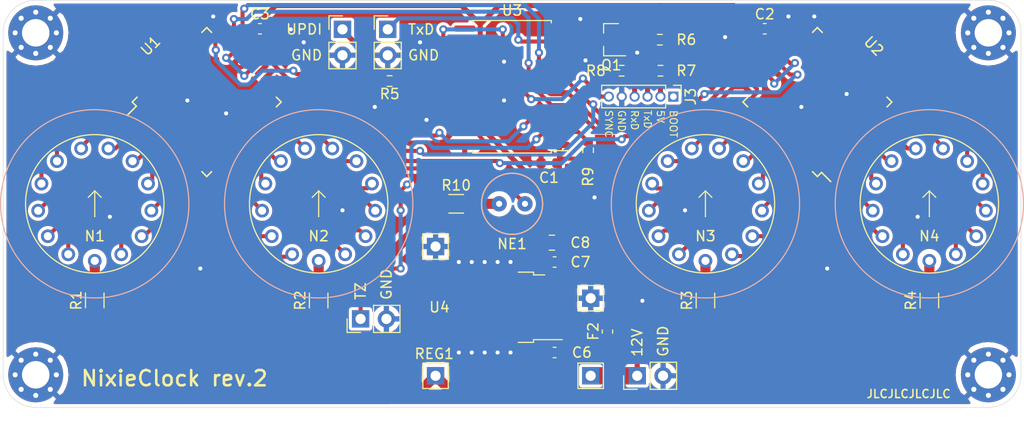
<source format=kicad_pcb>
(kicad_pcb (version 20171130) (host pcbnew "(5.1.6)-1")
  (layers (0 F.Cu signal) (31 B.Cu signal) (34 B.Paste user) (35 F.Paste user) (36 B.SilkS user) (37 F.SilkS user) (38 B.Mask user) (39 F.Mask user) (44 Edge.Cuts user))
  (net 0 "")
  (net 1 GND)
  (net 2 +5V)
  (net 3 "Net-(N1-PadA)")
  (net 4 "Net-(N2-PadA)")
  (net 5 "Net-(N3-PadA)")
  (net 6 "Net-(N4-PadA)")
  (net 7 "Net-(U1-Pad34)")
  (net 8 "Net-(U1-Pad26)")
  (net 9 "Net-(U1-Pad25)")
  (net 10 "Net-(U1-Pad24)")
  (net 11 "Net-(U1-Pad23)")
  (net 12 "Net-(U2-Pad34)")
  (net 13 "Net-(U2-Pad26)")
  (net 14 "Net-(U2-Pad25)")
  (net 15 "Net-(U2-Pad24)")
  (net 16 "Net-(U2-Pad23)")
  (net 17 170V)
  (net 18 "Net-(U2-Pad22)")
  (net 19 /NixieTubes/N1_L)
  (net 20 /NixieTubes/N1_R)
  (net 21 /NixieTubes/N1_9)
  (net 22 /NixieTubes/N1_8)
  (net 23 /NixieTubes/N1_7)
  (net 24 /NixieTubes/N1_6)
  (net 25 /NixieTubes/N1_5)
  (net 26 /NixieTubes/N1_4)
  (net 27 /NixieTubes/N1_3)
  (net 28 /NixieTubes/N1_2)
  (net 29 /NixieTubes/N1_1)
  (net 30 /NixieTubes/N1_0)
  (net 31 /NixieTubes/N2_L)
  (net 32 /NixieTubes/N2_R)
  (net 33 /NixieTubes/N2_9)
  (net 34 /NixieTubes/N2_8)
  (net 35 /NixieTubes/N2_7)
  (net 36 /NixieTubes/N2_6)
  (net 37 /NixieTubes/N2_5)
  (net 38 /NixieTubes/N2_4)
  (net 39 /NixieTubes/N2_3)
  (net 40 /NixieTubes/N2_2)
  (net 41 /NixieTubes/N2_1)
  (net 42 /NixieTubes/N2_0)
  (net 43 /NixieTubes/N3_L)
  (net 44 /NixieTubes/N3_R)
  (net 45 /NixieTubes/N3_9)
  (net 46 /NixieTubes/N3_8)
  (net 47 /NixieTubes/N3_7)
  (net 48 /NixieTubes/N3_6)
  (net 49 /NixieTubes/N3_5)
  (net 50 /NixieTubes/N3_4)
  (net 51 /NixieTubes/N3_3)
  (net 52 /NixieTubes/N3_2)
  (net 53 /NixieTubes/N3_1)
  (net 54 /NixieTubes/N3_0)
  (net 55 /NixieTubes/N4_L)
  (net 56 /NixieTubes/N4_R)
  (net 57 /NixieTubes/N4_9)
  (net 58 /NixieTubes/N4_8)
  (net 59 /NixieTubes/N4_7)
  (net 60 /NixieTubes/N4_6)
  (net 61 /NixieTubes/N4_5)
  (net 62 /NixieTubes/N4_4)
  (net 63 /NixieTubes/N4_3)
  (net 64 /NixieTubes/N4_2)
  (net 65 /NixieTubes/N4_1)
  (net 66 /NixieTubes/N4_0)
  (net 67 "Net-(U3-Pad19)")
  (net 68 "Net-(U3-Pad15)")
  (net 69 "Net-(U3-Pad13)")
  (net 70 "Net-(U3-Pad12)")
  (net 71 "Net-(U3-Pad7)")
  (net 72 NIX_DIM)
  (net 73 NIX_DATA)
  (net 74 NIX_LE)
  (net 75 NIX_CLK)
  (net 76 "Net-(J1-Pad1)")
  (net 77 UART_TxD)
  (net 78 UPDI)
  (net 79 +12V)
  (net 80 "Net-(NE1-Pad2)")
  (net 81 /NixieTubes/N_DOT)
  (net 82 "Net-(U1-Pad35)")
  (net 83 "Net-(U1-Pad36)")
  (net 84 "Net-(U2-Pad19)")
  (net 85 "Net-(U2-Pad20)")
  (net 86 "Net-(U2-Pad21)")
  (net 87 "Net-(U3-Pad17)")
  (net 88 "Net-(C6-Pad1)")
  (net 89 NMEA_SYNC)
  (net 90 NMEA_RxD)
  (net 91 "Net-(J3-Pad3)")
  (net 92 "Net-(J3-Pad1)")
  (net 93 "Net-(U3-Pad18)")
  (net 94 "Net-(U3-Pad11)")
  (net 95 "Net-(U3-Pad10)")
  (net 96 "Net-(J3-Pad4)")
  (net 97 "Net-(Q1-Pad2)")
  (net 98 "Net-(U1-Pad37)")
  (net 99 "Net-(U1-Pad41)")
  (net 100 "Net-(U1-Pad40)")
  (net 101 "Net-(U1-Pad39)")
  (net 102 "Net-(U1-Pad38)")
  (net 103 "Net-(U2-Pad18)")
  (net 104 "Net-(U2-Pad17)")
  (net 105 "Net-(U2-Pad16)")
  (net 106 "Net-(U2-Pad15)")
  (net 107 TIME_ZONE)
  (module Resistor_SMD:R_0603_1608Metric (layer F.Cu) (at 84.519 23.876 180)
    (fp_text reference R6 (at -2.603 0) (layer F.SilkS))
    (fp_text value 10k)
    (pad 2 smd roundrect (at 0.825 0 180) (size 0.8 0.95) (layers F.Cu F.Paste F.Mask) (net 90 NMEA_RxD))
    (pad 1 smd roundrect (at -0.825 0 180) (size 0.8 0.95) (layers F.Cu F.Paste F.Mask) (net 2 +5V))
  )
  (module Fuse:Fuse_0603_1608Metric (layer F.Cu) (at 79.375 52.5525 270)
    (fp_text reference F2 (at -0.0255 1.397 90) (layer F.SilkS))
    (fp_text value 200mA)
    (pad 2 smd roundrect (at 0.7875 0 270) (size 0.875 0.95) (layers F.Cu F.Paste F.Mask) (net 88 "Net-(C6-Pad1)"))
    (pad 1 smd roundrect (at -0.7875 0 270) (size 0.875 0.95) (layers F.Cu F.Paste F.Mask) (net 79 +12V))
  )
  (module Connector_PinHeader_2.54mm:PinHeader_1x02_P2.54mm_Vertical (layer F.Cu) (at 55.118 51.308 90)
    (fp_text reference J5 hide)
    (fp_text value TIME_ZONE)
    (pad 2 thru_hole oval (at 0 2.54 90) (size 1.7 1.7) (drill 1) (layers *.Cu *.Mask) (net 1 GND))
    (pad 1 thru_hole rect (at 0 0 90) (size 1.7 1.7) (drill 1) (layers *.Cu *.Mask) (net 107 TIME_ZONE))
  )
  (module Resistor_SMD:R_0603_1608Metric (layer F.Cu) (at 77.47 34.735 270)
    (fp_text reference R9 (at 2.603 0 90) (layer F.SilkS))
    (fp_text value 100k)
    (pad 2 smd roundrect (at 0.825 0 270) (size 0.8 0.95) (layers F.Cu F.Paste F.Mask) (net 2 +5V))
    (pad 1 smd roundrect (at -0.825 0 270) (size 0.8 0.95) (layers F.Cu F.Paste F.Mask) (net 107 TIME_ZONE))
  )
  (module MountingHole:MountingHole_2.7mm_M2.5_Pad_Via (layer F.Cu) (at 116.8 56.8)
    (fp_text reference H4 hide)
    (fp_text value Hole)
    (pad 1 thru_hole circle (at 1.431891 -1.431891) (size 0.8 0.8) (drill 0.5) (layers *.Cu *.Mask) (net 1 GND))
    (pad 1 thru_hole circle (at 0 -2.025) (size 0.8 0.8) (drill 0.5) (layers *.Cu *.Mask) (net 1 GND))
    (pad 1 thru_hole circle (at -1.431891 -1.431891) (size 0.8 0.8) (drill 0.5) (layers *.Cu *.Mask) (net 1 GND))
    (pad 1 thru_hole circle (at -2.025 0) (size 0.8 0.8) (drill 0.5) (layers *.Cu *.Mask) (net 1 GND))
    (pad 1 thru_hole circle (at -1.431891 1.431891) (size 0.8 0.8) (drill 0.5) (layers *.Cu *.Mask) (net 1 GND))
    (pad 1 thru_hole circle (at 0 2.025) (size 0.8 0.8) (drill 0.5) (layers *.Cu *.Mask) (net 1 GND))
    (pad 1 thru_hole circle (at 1.431891 1.431891) (size 0.8 0.8) (drill 0.5) (layers *.Cu *.Mask) (net 1 GND))
    (pad 1 thru_hole circle (at 2.025 0) (size 0.8 0.8) (drill 0.5) (layers *.Cu *.Mask) (net 1 GND))
    (pad 1 thru_hole circle (at 0 0) (size 5.4 5.4) (drill 2.7) (layers *.Cu *.Mask) (net 1 GND))
  )
  (module MountingHole:MountingHole_2.7mm_M2.5_Pad_Via (layer F.Cu) (at 116.8 23.2)
    (fp_text reference H3 hide)
    (fp_text value Hole)
    (pad 1 thru_hole circle (at 1.431891 -1.431891) (size 0.8 0.8) (drill 0.5) (layers *.Cu *.Mask) (net 1 GND))
    (pad 1 thru_hole circle (at 0 -2.025) (size 0.8 0.8) (drill 0.5) (layers *.Cu *.Mask) (net 1 GND))
    (pad 1 thru_hole circle (at -1.431891 -1.431891) (size 0.8 0.8) (drill 0.5) (layers *.Cu *.Mask) (net 1 GND))
    (pad 1 thru_hole circle (at -2.025 0) (size 0.8 0.8) (drill 0.5) (layers *.Cu *.Mask) (net 1 GND))
    (pad 1 thru_hole circle (at -1.431891 1.431891) (size 0.8 0.8) (drill 0.5) (layers *.Cu *.Mask) (net 1 GND))
    (pad 1 thru_hole circle (at 0 2.025) (size 0.8 0.8) (drill 0.5) (layers *.Cu *.Mask) (net 1 GND))
    (pad 1 thru_hole circle (at 1.431891 1.431891) (size 0.8 0.8) (drill 0.5) (layers *.Cu *.Mask) (net 1 GND))
    (pad 1 thru_hole circle (at 2.025 0) (size 0.8 0.8) (drill 0.5) (layers *.Cu *.Mask) (net 1 GND))
    (pad 1 thru_hole circle (at 0 0) (size 5.4 5.4) (drill 2.7) (layers *.Cu *.Mask) (net 1 GND))
  )
  (module MountingHole:MountingHole_2.7mm_M2.5_Pad_Via (layer F.Cu) (at 23.2 56.8)
    (fp_text reference H2 hide)
    (fp_text value Hole)
    (pad 1 thru_hole circle (at 1.431891 -1.431891) (size 0.8 0.8) (drill 0.5) (layers *.Cu *.Mask) (net 1 GND))
    (pad 1 thru_hole circle (at 0 -2.025) (size 0.8 0.8) (drill 0.5) (layers *.Cu *.Mask) (net 1 GND))
    (pad 1 thru_hole circle (at -1.431891 -1.431891) (size 0.8 0.8) (drill 0.5) (layers *.Cu *.Mask) (net 1 GND))
    (pad 1 thru_hole circle (at -2.025 0) (size 0.8 0.8) (drill 0.5) (layers *.Cu *.Mask) (net 1 GND))
    (pad 1 thru_hole circle (at -1.431891 1.431891) (size 0.8 0.8) (drill 0.5) (layers *.Cu *.Mask) (net 1 GND))
    (pad 1 thru_hole circle (at 0 2.025) (size 0.8 0.8) (drill 0.5) (layers *.Cu *.Mask) (net 1 GND))
    (pad 1 thru_hole circle (at 1.431891 1.431891) (size 0.8 0.8) (drill 0.5) (layers *.Cu *.Mask) (net 1 GND))
    (pad 1 thru_hole circle (at 2.025 0) (size 0.8 0.8) (drill 0.5) (layers *.Cu *.Mask) (net 1 GND))
    (pad 1 thru_hole circle (at 0 0) (size 5.4 5.4) (drill 2.7) (layers *.Cu *.Mask) (net 1 GND))
  )
  (module MountingHole:MountingHole_2.7mm_M2.5_Pad_Via (layer F.Cu) (at 23.2 23.2)
    (fp_text reference H1 hide)
    (fp_text value Hole)
    (pad 1 thru_hole circle (at 1.431891 -1.431891) (size 0.8 0.8) (drill 0.5) (layers *.Cu *.Mask) (net 1 GND))
    (pad 1 thru_hole circle (at 0 -2.025) (size 0.8 0.8) (drill 0.5) (layers *.Cu *.Mask) (net 1 GND))
    (pad 1 thru_hole circle (at -1.431891 -1.431891) (size 0.8 0.8) (drill 0.5) (layers *.Cu *.Mask) (net 1 GND))
    (pad 1 thru_hole circle (at -2.025 0) (size 0.8 0.8) (drill 0.5) (layers *.Cu *.Mask) (net 1 GND))
    (pad 1 thru_hole circle (at -1.431891 1.431891) (size 0.8 0.8) (drill 0.5) (layers *.Cu *.Mask) (net 1 GND))
    (pad 1 thru_hole circle (at 0 2.025) (size 0.8 0.8) (drill 0.5) (layers *.Cu *.Mask) (net 1 GND))
    (pad 1 thru_hole circle (at 1.431891 1.431891) (size 0.8 0.8) (drill 0.5) (layers *.Cu *.Mask) (net 1 GND))
    (pad 1 thru_hole circle (at 2.025 0) (size 0.8 0.8) (drill 0.5) (layers *.Cu *.Mask) (net 1 GND))
    (pad 1 thru_hole circle (at 0 0) (size 5.4 5.4) (drill 2.7) (layers *.Cu *.Mask) (net 1 GND))
  )
  (module Resistor_SMD:R_0603_1608Metric (layer F.Cu) (at 57.975 27.94)
    (fp_text reference R5 (at 0 1.27) (layer F.SilkS))
    (fp_text value 470)
    (pad 2 smd roundrect (at 0.825 0) (size 0.8 0.95) (layers F.Cu F.Paste F.Mask) (net 78 UPDI))
    (pad 1 smd roundrect (at -0.825 0) (size 0.8 0.95) (layers F.Cu F.Paste F.Mask) (net 76 "Net-(J1-Pad1)"))
  )
  (module Package_TO_SOT_SMD:TO-252-2 (layer F.Cu) (at 69.64 50.165 180)
    (fp_text reference U4 (at 6.775 0) (layer F.SilkS))
    (fp_text value L78M05ABDT-TR)
    (pad 2 smd rect (at 2.1 0 180) (size 6.4 5.8) (layers F.Cu F.Mask) (net 1 GND))
    (pad 3 smd rect (at -4.2 2.28 180) (size 2.2 1.2) (layers F.Cu F.Paste F.Mask) (net 2 +5V))
    (pad 1 smd rect (at -4.2 -2.28 180) (size 2.2 1.2) (layers F.Cu F.Paste F.Mask) (net 88 "Net-(C6-Pad1)"))
  )
  (module Capacitor_SMD:C_0603_1608Metric (layer F.Cu) (at 74.181 54.61 180)
    (fp_text reference C6 (at -2.68 0) (layer F.SilkS))
    (fp_text value 330n)
    (pad 2 smd roundrect (at 0.775 0 180) (size 0.9 0.95) (layers F.Cu F.Paste F.Mask) (net 1 GND))
    (pad 1 smd roundrect (at -0.775 0 180) (size 0.9 0.95) (layers F.Cu F.Paste F.Mask) (net 88 "Net-(C6-Pad1)"))
  )
  (module Resistor_SMD:R_1206_3216Metric (layer F.Cu) (at 64.5125 40)
    (fp_text reference R10 (at 0 -1.82) (layer F.SilkS))
    (fp_text value 100k)
    (pad 2 smd roundrect (at 1.4625 0) (size 1.125 1.75) (layers F.Cu F.Paste F.Mask) (roundrect_rratio 0.2222213333333333) (net 80 "Net-(NE1-Pad2)"))
    (pad 1 smd roundrect (at -1.4625 0) (size 1.125 1.75) (layers F.Cu F.Paste F.Mask) (roundrect_rratio 0.2222213333333333) (net 17 170V))
  )
  (module Resistor_SMD:R_0603_1608Metric (layer F.Cu) (at 84.582 26.924 180)
    (fp_text reference R7 (at -2.54 0) (layer F.SilkS))
    (fp_text value 100k)
    (pad 2 smd roundrect (at 0.825 0 180) (size 0.8 0.95) (layers F.Cu F.Paste F.Mask) (net 91 "Net-(J3-Pad3)"))
    (pad 1 smd roundrect (at -0.825 0 180) (size 0.8 0.95) (layers F.Cu F.Paste F.Mask) (net 2 +5V))
  )
  (module Resistor_SMD:R_1206_3216Metric (layer F.Cu) (at 111 49.5 90)
    (fp_text reference R4 (at 0 -1.82 90) (layer F.SilkS))
    (fp_text value 10k)
    (pad 2 smd roundrect (at 1.4625 0 90) (size 1.125 1.75) (layers F.Cu F.Paste F.Mask) (roundrect_rratio 0.2222213333333333) (net 6 "Net-(N4-PadA)"))
    (pad 1 smd roundrect (at -1.4625 0 90) (size 1.125 1.75) (layers F.Cu F.Paste F.Mask) (roundrect_rratio 0.2222213333333333) (net 17 170V))
  )
  (module Resistor_SMD:R_1206_3216Metric (layer F.Cu) (at 89 49.5 90)
    (fp_text reference R3 (at 0 -1.82 90) (layer F.SilkS))
    (fp_text value 10k)
    (pad 2 smd roundrect (at 1.4625 0 90) (size 1.125 1.75) (layers F.Cu F.Paste F.Mask) (roundrect_rratio 0.2222213333333333) (net 5 "Net-(N3-PadA)"))
    (pad 1 smd roundrect (at -1.4625 0 90) (size 1.125 1.75) (layers F.Cu F.Paste F.Mask) (roundrect_rratio 0.2222213333333333) (net 17 170V))
  )
  (module Resistor_SMD:R_1206_3216Metric (layer F.Cu) (at 51 49.5 90)
    (fp_text reference R2 (at 0 -1.82 90) (layer F.SilkS))
    (fp_text value 10k)
    (pad 2 smd roundrect (at 1.4625 0 90) (size 1.125 1.75) (layers F.Cu F.Paste F.Mask) (roundrect_rratio 0.2222213333333333) (net 4 "Net-(N2-PadA)"))
    (pad 1 smd roundrect (at -1.4625 0 90) (size 1.125 1.75) (layers F.Cu F.Paste F.Mask) (roundrect_rratio 0.2222213333333333) (net 17 170V))
  )
  (module Resistor_SMD:R_1206_3216Metric (layer F.Cu) (at 29 49.4875 90)
    (fp_text reference R1 (at 0 -1.82 90) (layer F.SilkS))
    (fp_text value 10k)
    (pad 2 smd roundrect (at 1.4625 0 90) (size 1.125 1.75) (layers F.Cu F.Paste F.Mask) (roundrect_rratio 0.2222213333333333) (net 3 "Net-(N1-PadA)"))
    (pad 1 smd roundrect (at -1.4625 0 90) (size 1.125 1.75) (layers F.Cu F.Paste F.Mask) (roundrect_rratio 0.2222213333333333) (net 17 170V))
  )
  (module Capacitor_SMD:C_0805_2012Metric (layer F.Cu) (at 73.914 43.815 180)
    (fp_text reference C8 (at -2.794 0) (layer F.SilkS))
    (fp_text value 10u)
    (pad 2 smd roundrect (at 0.95 0 180) (size 1 1.45) (layers F.Cu F.Paste F.Mask) (net 1 GND))
    (pad 1 smd roundrect (at -0.95 0 180) (size 1 1.45) (layers F.Cu F.Paste F.Mask) (net 2 +5V))
  )
  (module Capacitor_SMD:C_0603_1608Metric (layer F.Cu) (at 74.181 45.72 180)
    (fp_text reference C7 (at -2.54 0) (layer F.SilkS))
    (fp_text value 100n)
    (pad 2 smd roundrect (at 0.775 0 180) (size 0.9 0.95) (layers F.Cu F.Paste F.Mask) (net 1 GND))
    (pad 1 smd roundrect (at -0.775 0 180) (size 0.9 0.95) (layers F.Cu F.Paste F.Mask) (net 2 +5V))
  )
  (module Capacitor_SMD:C_0603_1608Metric (layer F.Cu) (at 45.225 22.8)
    (fp_text reference C3 (at 0 -1.43) (layer F.SilkS))
    (fp_text value 100n)
    (pad 2 smd roundrect (at 0.775 0) (size 0.9 0.95) (layers F.Cu F.Paste F.Mask) (net 1 GND))
    (pad 1 smd roundrect (at -0.775 0) (size 0.9 0.95) (layers F.Cu F.Paste F.Mask) (net 2 +5V))
  )
  (module Capacitor_SMD:C_0603_1608Metric (layer F.Cu) (at 94.825 22.8)
    (fp_text reference C2 (at 0 -1.43) (layer F.SilkS))
    (fp_text value 100n)
    (pad 2 smd roundrect (at 0.775 0) (size 0.9 0.95) (layers F.Cu F.Paste F.Mask) (net 1 GND))
    (pad 1 smd roundrect (at -0.775 0) (size 0.9 0.95) (layers F.Cu F.Paste F.Mask) (net 2 +5V))
  )
  (module Capacitor_SMD:C_0603_1608Metric (layer F.Cu) (at 73.625 36 180)
    (fp_text reference C1 (at 0 -1.43) (layer F.SilkS))
    (fp_text value 100n)
    (pad 2 smd roundrect (at 0.775 0 180) (size 0.9 0.95) (layers F.Cu F.Paste F.Mask) (net 1 GND))
    (pad 1 smd roundrect (at -0.775 0 180) (size 0.9 0.95) (layers F.Cu F.Paste F.Mask) (net 2 +5V))
  )
  (module Connector_PinHeader_1.27mm:PinHeader_1x06_P1.27mm_Vertical (layer F.Cu) (at 85.852 29.464 270)
    (fp_text reference J3 (at 0 -1.695 90) (layer F.SilkS))
    (fp_text value NMEA)
    (pad 6 thru_hole oval (at 0 6.35 270) (size 1 1) (drill 0.65) (layers *.Cu *.Mask) (net 89 NMEA_SYNC))
    (pad 5 thru_hole oval (at 0 5.08 270) (size 1 1) (drill 0.65) (layers *.Cu *.Mask) (net 1 GND))
    (pad 4 thru_hole oval (at 0 3.81 270) (size 1 1) (drill 0.65) (layers *.Cu *.Mask) (net 96 "Net-(J3-Pad4)"))
    (pad 3 thru_hole oval (at 0 2.54 270) (size 1 1) (drill 0.65) (layers *.Cu *.Mask) (net 91 "Net-(J3-Pad3)"))
    (pad 2 thru_hole oval (at 0 1.27 270) (size 1 1) (drill 0.65) (layers *.Cu *.Mask) (net 2 +5V))
    (pad 1 thru_hole rect (at 0 0 270) (size 1 1) (drill 0.65) (layers *.Cu *.Mask) (net 92 "Net-(J3-Pad1)"))
  )
  (module Resistor_SMD:R_0603_1608Metric (layer F.Cu) (at 80.772 26.924 180)
    (fp_text reference R8 (at 2.54 0) (layer F.SilkS))
    (fp_text value 10k)
    (pad 2 smd roundrect (at 0.825 0 180) (size 0.8 0.95) (layers F.Cu F.Paste F.Mask) (net 97 "Net-(Q1-Pad2)"))
    (pad 1 smd roundrect (at -0.825 0 180) (size 0.8 0.95) (layers F.Cu F.Paste F.Mask) (net 96 "Net-(J3-Pad4)"))
  )
  (module Package_TO_SOT_SMD:SOT-23 (layer F.Cu) (at 79.756 23.876 180)
    (fp_text reference Q1 (at 0 -2.5) (layer F.SilkS))
    (fp_text value S8050)
    (pad 3 smd rect (at 1 0 180) (size 0.9 0.8) (layers F.Cu F.Paste F.Mask) (net 90 NMEA_RxD))
    (pad 1 smd rect (at -1 0.95 180) (size 0.9 0.8) (layers F.Cu F.Paste F.Mask) (net 1 GND))
    (pad 2 smd rect (at -1 -0.95 180) (size 0.9 0.8) (layers F.Cu F.Paste F.Mask) (net 97 "Net-(Q1-Pad2)"))
  )
  (module Nixies:NCH8200HV (layer F.Cu) (at 70.04 51.932 180)
    (fp_text reference REG1 (at 7.683 -2.805) (layer F.SilkS))
    (fp_text value HVReg)
    (pad 3 thru_hole rect (at -7.684 2.656 180) (size 1.7 1.7) (drill 1) (layers *.Cu *.Mask) (net 1 GND))
    (pad 3 thru_hole rect (at 7.556 7.736 180) (size 1.7 1.7) (drill 1) (layers *.Cu *.Mask) (net 1 GND))
    (pad 2 thru_hole rect (at 7.556 -4.964 180) (size 1.7 1.7) (drill 1) (layers *.Cu *.Mask) (net 17 170V))
    (pad 1 thru_hole rect (at -7.684 -4.964 180) (size 1.7 1.7) (drill 1) (layers *.Cu *.Mask) (net 79 +12V))
  )
  (module Package_SO:SOIC-20W_7.5x12.8mm_P1.27mm (layer F.Cu) (at 70 28.5 180)
    (fp_text reference U3 (at 0 7.5) (layer F.SilkS))
    (fp_text value ATtiny1606-S)
    (pad 20 smd roundrect (at 4.65 -5.715 180) (size 2.05 0.6) (layers F.Cu F.Paste F.Mask) (net 1 GND))
    (pad 19 smd roundrect (at 4.65 -4.445 180) (size 2.05 0.6) (layers F.Cu F.Paste F.Mask) (net 67 "Net-(U3-Pad19)"))
    (pad 18 smd roundrect (at 4.65 -3.175 180) (size 2.05 0.6) (layers F.Cu F.Paste F.Mask) (net 93 "Net-(U3-Pad18)"))
    (pad 17 smd roundrect (at 4.65 -1.905 180) (size 2.05 0.6) (layers F.Cu F.Paste F.Mask) (net 87 "Net-(U3-Pad17)"))
    (pad 16 smd roundrect (at 4.65 -0.635 180) (size 2.05 0.6) (layers F.Cu F.Paste F.Mask) (net 78 UPDI))
    (pad 15 smd roundrect (at 4.65 0.635 180) (size 2.05 0.6) (layers F.Cu F.Paste F.Mask) (net 68 "Net-(U3-Pad15)"))
    (pad 14 smd roundrect (at 4.65 1.905 180) (size 2.05 0.6) (layers F.Cu F.Paste F.Mask) (net 89 NMEA_SYNC))
    (pad 13 smd roundrect (at 4.65 3.175 180) (size 2.05 0.6) (layers F.Cu F.Paste F.Mask) (net 69 "Net-(U3-Pad13)"))
    (pad 12 smd roundrect (at 4.65 4.445 180) (size 2.05 0.6) (layers F.Cu F.Paste F.Mask) (net 70 "Net-(U3-Pad12)"))
    (pad 11 smd roundrect (at 4.65 5.715 180) (size 2.05 0.6) (layers F.Cu F.Paste F.Mask) (net 94 "Net-(U3-Pad11)"))
    (pad 10 smd roundrect (at -4.65 5.715 180) (size 2.05 0.6) (layers F.Cu F.Paste F.Mask) (net 95 "Net-(U3-Pad10)"))
    (pad 9 smd roundrect (at -4.65 4.445 180) (size 2.05 0.6) (layers F.Cu F.Paste F.Mask) (net 77 UART_TxD))
    (pad 8 smd roundrect (at -4.65 3.175 180) (size 2.05 0.6) (layers F.Cu F.Paste F.Mask) (net 90 NMEA_RxD))
    (pad 7 smd roundrect (at -4.65 1.905 180) (size 2.05 0.6) (layers F.Cu F.Paste F.Mask) (net 71 "Net-(U3-Pad7)"))
    (pad 6 smd roundrect (at -4.65 0.635 180) (size 2.05 0.6) (layers F.Cu F.Paste F.Mask) (net 75 NIX_CLK))
    (pad 5 smd roundrect (at -4.65 -0.635 180) (size 2.05 0.6) (layers F.Cu F.Paste F.Mask) (net 74 NIX_LE))
    (pad 4 smd roundrect (at -4.65 -1.905 180) (size 2.05 0.6) (layers F.Cu F.Paste F.Mask) (net 73 NIX_DATA))
    (pad 3 smd roundrect (at -4.65 -3.175 180) (size 2.05 0.6) (layers F.Cu F.Paste F.Mask) (net 72 NIX_DIM))
    (pad 2 smd roundrect (at -4.65 -4.445 180) (size 2.05 0.6) (layers F.Cu F.Paste F.Mask) (net 107 TIME_ZONE))
    (pad 1 smd roundrect (at -4.65 -5.715 180) (size 2.05 0.6) (layers F.Cu F.Paste F.Mask) (net 2 +5V))
  )
  (module Connector_PinHeader_2.54mm:PinHeader_1x02_P2.54mm_Vertical (layer F.Cu) (at 82.296 56.896 90)
    (fp_text reference J4 hide)
    (fp_text value Vin)
    (pad 2 thru_hole oval (at 0 2.54 90) (size 1.7 1.7) (drill 1) (layers *.Cu *.Mask) (net 1 GND))
    (pad 1 thru_hole rect (at 0 0 90) (size 1.7 1.7) (drill 1) (layers *.Cu *.Mask) (net 79 +12V))
  )
  (module Connector_PinHeader_2.54mm:PinHeader_1x02_P2.54mm_Vertical (layer F.Cu) (at 57.785 22.86)
    (fp_text reference J2 hide)
    (fp_text value UART)
    (pad 2 thru_hole oval (at 0 2.54) (size 1.7 1.7) (drill 1) (layers *.Cu *.Mask) (net 1 GND))
    (pad 1 thru_hole rect (at 0 0) (size 1.7 1.7) (drill 1) (layers *.Cu *.Mask) (net 77 UART_TxD))
  )
  (module Connector_PinHeader_2.54mm:PinHeader_1x02_P2.54mm_Vertical (layer F.Cu) (at 53.34 22.86)
    (fp_text reference J1 hide)
    (fp_text value UPDI)
    (pad 2 thru_hole oval (at 0 2.54) (size 1.7 1.7) (drill 1) (layers *.Cu *.Mask) (net 1 GND))
    (pad 1 thru_hole rect (at 0 0) (size 1.7 1.7) (drill 1) (layers *.Cu *.Mask) (net 76 "Net-(J1-Pad1)"))
  )
  (module Nixies:IN-14 (layer F.Cu) (at 89 40)
    (fp_text reference N3 (at 0 3.175) (layer F.SilkS))
    (fp_text value IN-14)
    (pad RHDP thru_hole circle (at 2.60245 4.958554) (size 1.3462 1.3462) (drill 0.8) (layers *.Cu *.Mask) (net 44 /NixieTubes/N3_R))
    (pad 0 thru_hole circle (at 4.60871 3.181163) (size 1.3462 1.3462) (drill 0.8) (layers *.Cu *.Mask) (net 54 /NixieTubes/N3_0))
    (pad 9 thru_hole circle (at 5.55917 0.675005) (size 1.3462 1.3462) (drill 0.8) (layers *.Cu *.Mask) (net 45 /NixieTubes/N3_9))
    (pad 8 thru_hole circle (at 5.236091 -1.985787) (size 1.3462 1.3462) (drill 0.8) (layers *.Cu *.Mask) (net 46 /NixieTubes/N3_8))
    (pad 7 thru_hole circle (at 3.713487 -4.19166) (size 1.3462 1.3462) (drill 0.8) (layers *.Cu *.Mask) (net 47 /NixieTubes/N3_7))
    (pad 6 thru_hole circle (at 1.340168 -5.437274) (size 1.3462 1.3462) (drill 0.8) (layers *.Cu *.Mask) (net 48 /NixieTubes/N3_6))
    (pad 5 thru_hole circle (at -1.340168 -5.437274) (size 1.3462 1.3462) (drill 0.8) (layers *.Cu *.Mask) (net 49 /NixieTubes/N3_5))
    (pad 4 thru_hole circle (at -3.713487 -4.19166) (size 1.3462 1.3462) (drill 0.8) (layers *.Cu *.Mask) (net 50 /NixieTubes/N3_4))
    (pad 3 thru_hole circle (at -5.236091 -1.985787) (size 1.3462 1.3462) (drill 0.8) (layers *.Cu *.Mask) (net 51 /NixieTubes/N3_3))
    (pad 2 thru_hole circle (at -5.55917 0.675005) (size 1.3462 1.3462) (drill 0.8) (layers *.Cu *.Mask) (net 52 /NixieTubes/N3_2))
    (pad 1 thru_hole circle (at -4.60871 3.181163) (size 1.3462 1.3462) (drill 0.8) (layers *.Cu *.Mask) (net 53 /NixieTubes/N3_1))
    (pad LHDP thru_hole circle (at -2.60245 4.958554) (size 1.3462 1.3462) (drill 0.8) (layers *.Cu *.Mask) (net 43 /NixieTubes/N3_L))
    (pad A thru_hole circle (at 0 5.6) (size 1.3462 1.3462) (drill 0.8) (layers *.Cu *.Mask) (net 5 "Net-(N3-PadA)"))
  )
  (module Nixies:IN-14 (layer F.Cu) (at 29 40)
    (fp_text reference N1 (at 0 3.175) (layer F.SilkS))
    (fp_text value IN-14)
    (pad RHDP thru_hole circle (at 2.60245 4.958554) (size 1.3462 1.3462) (drill 0.8) (layers *.Cu *.Mask) (net 20 /NixieTubes/N1_R))
    (pad 0 thru_hole circle (at 4.60871 3.181163) (size 1.3462 1.3462) (drill 0.8) (layers *.Cu *.Mask) (net 30 /NixieTubes/N1_0))
    (pad 9 thru_hole circle (at 5.55917 0.675005) (size 1.3462 1.3462) (drill 0.8) (layers *.Cu *.Mask) (net 21 /NixieTubes/N1_9))
    (pad 8 thru_hole circle (at 5.236091 -1.985787) (size 1.3462 1.3462) (drill 0.8) (layers *.Cu *.Mask) (net 22 /NixieTubes/N1_8))
    (pad 7 thru_hole circle (at 3.713487 -4.19166) (size 1.3462 1.3462) (drill 0.8) (layers *.Cu *.Mask) (net 23 /NixieTubes/N1_7))
    (pad 6 thru_hole circle (at 1.340168 -5.437274) (size 1.3462 1.3462) (drill 0.8) (layers *.Cu *.Mask) (net 24 /NixieTubes/N1_6))
    (pad 5 thru_hole circle (at -1.340168 -5.437274) (size 1.3462 1.3462) (drill 0.8) (layers *.Cu *.Mask) (net 25 /NixieTubes/N1_5))
    (pad 4 thru_hole circle (at -3.713487 -4.19166) (size 1.3462 1.3462) (drill 0.8) (layers *.Cu *.Mask) (net 26 /NixieTubes/N1_4))
    (pad 3 thru_hole circle (at -5.236091 -1.985787) (size 1.3462 1.3462) (drill 0.8) (layers *.Cu *.Mask) (net 27 /NixieTubes/N1_3))
    (pad 2 thru_hole circle (at -5.55917 0.675005) (size 1.3462 1.3462) (drill 0.8) (layers *.Cu *.Mask) (net 28 /NixieTubes/N1_2))
    (pad 1 thru_hole circle (at -4.60871 3.181163) (size 1.3462 1.3462) (drill 0.8) (layers *.Cu *.Mask) (net 29 /NixieTubes/N1_1))
    (pad LHDP thru_hole circle (at -2.60245 4.958554) (size 1.3462 1.3462) (drill 0.8) (layers *.Cu *.Mask) (net 19 /NixieTubes/N1_L))
    (pad A thru_hole circle (at 0 5.6) (size 1.3462 1.3462) (drill 0.8) (layers *.Cu *.Mask) (net 3 "Net-(N1-PadA)"))
  )
  (module Nixies:IN-14 (layer F.Cu) (at 111 40)
    (fp_text reference N4 (at 0 3.175) (layer F.SilkS))
    (fp_text value IN-14)
    (pad RHDP thru_hole circle (at 2.60245 4.958554) (size 1.3462 1.3462) (drill 0.8) (layers *.Cu *.Mask) (net 56 /NixieTubes/N4_R))
    (pad 0 thru_hole circle (at 4.60871 3.181163) (size 1.3462 1.3462) (drill 0.8) (layers *.Cu *.Mask) (net 66 /NixieTubes/N4_0))
    (pad 9 thru_hole circle (at 5.55917 0.675005) (size 1.3462 1.3462) (drill 0.8) (layers *.Cu *.Mask) (net 57 /NixieTubes/N4_9))
    (pad 8 thru_hole circle (at 5.236091 -1.985787) (size 1.3462 1.3462) (drill 0.8) (layers *.Cu *.Mask) (net 58 /NixieTubes/N4_8))
    (pad 7 thru_hole circle (at 3.713487 -4.19166) (size 1.3462 1.3462) (drill 0.8) (layers *.Cu *.Mask) (net 59 /NixieTubes/N4_7))
    (pad 6 thru_hole circle (at 1.340168 -5.437274) (size 1.3462 1.3462) (drill 0.8) (layers *.Cu *.Mask) (net 60 /NixieTubes/N4_6))
    (pad 5 thru_hole circle (at -1.340168 -5.437274) (size 1.3462 1.3462) (drill 0.8) (layers *.Cu *.Mask) (net 61 /NixieTubes/N4_5))
    (pad 4 thru_hole circle (at -3.713487 -4.19166) (size 1.3462 1.3462) (drill 0.8) (layers *.Cu *.Mask) (net 62 /NixieTubes/N4_4))
    (pad 3 thru_hole circle (at -5.236091 -1.985787) (size 1.3462 1.3462) (drill 0.8) (layers *.Cu *.Mask) (net 63 /NixieTubes/N4_3))
    (pad 2 thru_hole circle (at -5.55917 0.675005) (size 1.3462 1.3462) (drill 0.8) (layers *.Cu *.Mask) (net 64 /NixieTubes/N4_2))
    (pad 1 thru_hole circle (at -4.60871 3.181163) (size 1.3462 1.3462) (drill 0.8) (layers *.Cu *.Mask) (net 65 /NixieTubes/N4_1))
    (pad LHDP thru_hole circle (at -2.60245 4.958554) (size 1.3462 1.3462) (drill 0.8) (layers *.Cu *.Mask) (net 55 /NixieTubes/N4_L))
    (pad A thru_hole circle (at 0 5.6) (size 1.3462 1.3462) (drill 0.8) (layers *.Cu *.Mask) (net 6 "Net-(N4-PadA)"))
  )
  (module Nixies:IN-14 (layer F.Cu) (at 51 40)
    (fp_text reference N2 (at 0 3.175) (layer F.SilkS))
    (fp_text value IN-14)
    (pad RHDP thru_hole circle (at 2.60245 4.958554) (size 1.3462 1.3462) (drill 0.8) (layers *.Cu *.Mask) (net 32 /NixieTubes/N2_R))
    (pad 0 thru_hole circle (at 4.60871 3.181163) (size 1.3462 1.3462) (drill 0.8) (layers *.Cu *.Mask) (net 42 /NixieTubes/N2_0))
    (pad 9 thru_hole circle (at 5.55917 0.675005) (size 1.3462 1.3462) (drill 0.8) (layers *.Cu *.Mask) (net 33 /NixieTubes/N2_9))
    (pad 8 thru_hole circle (at 5.236091 -1.985787) (size 1.3462 1.3462) (drill 0.8) (layers *.Cu *.Mask) (net 34 /NixieTubes/N2_8))
    (pad 7 thru_hole circle (at 3.713487 -4.19166) (size 1.3462 1.3462) (drill 0.8) (layers *.Cu *.Mask) (net 35 /NixieTubes/N2_7))
    (pad 6 thru_hole circle (at 1.340168 -5.437274) (size 1.3462 1.3462) (drill 0.8) (layers *.Cu *.Mask) (net 36 /NixieTubes/N2_6))
    (pad 5 thru_hole circle (at -1.340168 -5.437274) (size 1.3462 1.3462) (drill 0.8) (layers *.Cu *.Mask) (net 37 /NixieTubes/N2_5))
    (pad 4 thru_hole circle (at -3.713487 -4.19166) (size 1.3462 1.3462) (drill 0.8) (layers *.Cu *.Mask) (net 38 /NixieTubes/N2_4))
    (pad 3 thru_hole circle (at -5.236091 -1.985787) (size 1.3462 1.3462) (drill 0.8) (layers *.Cu *.Mask) (net 39 /NixieTubes/N2_3))
    (pad 2 thru_hole circle (at -5.55917 0.675005) (size 1.3462 1.3462) (drill 0.8) (layers *.Cu *.Mask) (net 40 /NixieTubes/N2_2))
    (pad 1 thru_hole circle (at -4.60871 3.181163) (size 1.3462 1.3462) (drill 0.8) (layers *.Cu *.Mask) (net 41 /NixieTubes/N2_1))
    (pad LHDP thru_hole circle (at -2.60245 4.958554) (size 1.3462 1.3462) (drill 0.8) (layers *.Cu *.Mask) (net 31 /NixieTubes/N2_L))
    (pad A thru_hole circle (at 0 5.6) (size 1.3462 1.3462) (drill 0.8) (layers *.Cu *.Mask) (net 4 "Net-(N2-PadA)"))
  )
  (module Package_QFP:PQFP-44_10x10mm_P0.8mm (layer F.Cu) (at 100 30 135)
    (fp_text reference U2 (at -0.033941 7.796559 135) (layer F.SilkS))
    (fp_text value HV5530)
    (pad 44 smd rect (at -4 -6.05 135) (size 0.52 1.5) (layers F.Cu F.Paste F.Mask) (net 54 /NixieTubes/N3_0))
    (pad 43 smd rect (at -3.2 -6.05 135) (size 0.52 1.5) (layers F.Cu F.Paste F.Mask) (net 53 /NixieTubes/N3_1))
    (pad 42 smd rect (at -2.4 -6.05 135) (size 0.52 1.5) (layers F.Cu F.Paste F.Mask) (net 45 /NixieTubes/N3_9))
    (pad 41 smd rect (at -1.6 -6.05 135) (size 0.52 1.5) (layers F.Cu F.Paste F.Mask) (net 52 /NixieTubes/N3_2))
    (pad 40 smd rect (at -0.8 -6.05 135) (size 0.52 1.5) (layers F.Cu F.Paste F.Mask) (net 46 /NixieTubes/N3_8))
    (pad 39 smd rect (at 0 -6.05 135) (size 0.52 1.5) (layers F.Cu F.Paste F.Mask) (net 51 /NixieTubes/N3_3))
    (pad 38 smd rect (at 0.8 -6.05 135) (size 0.52 1.5) (layers F.Cu F.Paste F.Mask) (net 47 /NixieTubes/N3_7))
    (pad 37 smd rect (at 1.6 -6.05 135) (size 0.52 1.5) (layers F.Cu F.Paste F.Mask) (net 50 /NixieTubes/N3_4))
    (pad 36 smd rect (at 2.4 -6.05 135) (size 0.52 1.5) (layers F.Cu F.Paste F.Mask) (net 48 /NixieTubes/N3_6))
    (pad 35 smd rect (at 3.2 -6.05 135) (size 0.52 1.5) (layers F.Cu F.Paste F.Mask) (net 49 /NixieTubes/N3_5))
    (pad 34 smd rect (at 4 -6.05 135) (size 0.52 1.5) (layers F.Cu F.Paste F.Mask) (net 12 "Net-(U2-Pad34)"))
    (pad 33 smd rect (at 6.05 -4 135) (size 1.5 0.52) (layers F.Cu F.Paste F.Mask) (net 72 NIX_DIM))
    (pad 32 smd rect (at 6.05 -3.2 135) (size 1.5 0.52) (layers F.Cu F.Paste F.Mask) (net 11 "Net-(U1-Pad23)"))
    (pad 31 smd rect (at 6.05 -2.4 135) (size 1.5 0.52) (layers F.Cu F.Paste F.Mask) (net 74 NIX_LE))
    (pad 30 smd rect (at 6.05 -1.6 135) (size 1.5 0.52) (layers F.Cu F.Paste F.Mask) (net 2 +5V))
    (pad 29 smd rect (at 6.05 -0.8 135) (size 1.5 0.52) (layers F.Cu F.Paste F.Mask) (net 1 GND))
    (pad 28 smd rect (at 6.05 0 135) (size 1.5 0.52) (layers F.Cu F.Paste F.Mask) (net 75 NIX_CLK))
    (pad 27 smd rect (at 6.05 0.8 135) (size 1.5 0.52) (layers F.Cu F.Paste F.Mask) (net 2 +5V))
    (pad 26 smd rect (at 6.05 1.6 135) (size 1.5 0.52) (layers F.Cu F.Paste F.Mask) (net 13 "Net-(U2-Pad26)"))
    (pad 25 smd rect (at 6.05 2.4 135) (size 1.5 0.52) (layers F.Cu F.Paste F.Mask) (net 14 "Net-(U2-Pad25)"))
    (pad 24 smd rect (at 6.05 3.2 135) (size 1.5 0.52) (layers F.Cu F.Paste F.Mask) (net 15 "Net-(U2-Pad24)"))
    (pad 23 smd rect (at 6.05 4 135) (size 1.5 0.52) (layers F.Cu F.Paste F.Mask) (net 16 "Net-(U2-Pad23)"))
    (pad 22 smd rect (at 4 6.05 135) (size 0.52 1.5) (layers F.Cu F.Paste F.Mask) (net 18 "Net-(U2-Pad22)"))
    (pad 21 smd rect (at 3.2 6.05 135) (size 0.52 1.5) (layers F.Cu F.Paste F.Mask) (net 86 "Net-(U2-Pad21)"))
    (pad 20 smd rect (at 2.4 6.05 135) (size 0.52 1.5) (layers F.Cu F.Paste F.Mask) (net 85 "Net-(U2-Pad20)"))
    (pad 19 smd rect (at 1.6 6.05 135) (size 0.52 1.5) (layers F.Cu F.Paste F.Mask) (net 84 "Net-(U2-Pad19)"))
    (pad 18 smd rect (at 0.8 6.05 135) (size 0.52 1.5) (layers F.Cu F.Paste F.Mask) (net 103 "Net-(U2-Pad18)"))
    (pad 17 smd rect (at 0 6.05 135) (size 0.52 1.5) (layers F.Cu F.Paste F.Mask) (net 104 "Net-(U2-Pad17)"))
    (pad 16 smd rect (at -0.8 6.05 135) (size 0.52 1.5) (layers F.Cu F.Paste F.Mask) (net 105 "Net-(U2-Pad16)"))
    (pad 15 smd rect (at -1.6 6.05 135) (size 0.52 1.5) (layers F.Cu F.Paste F.Mask) (net 106 "Net-(U2-Pad15)"))
    (pad 14 smd rect (at -2.4 6.05 135) (size 0.52 1.5) (layers F.Cu F.Paste F.Mask) (net 58 /NixieTubes/N4_8))
    (pad 13 smd rect (at -3.2 6.05 135) (size 0.52 1.5) (layers F.Cu F.Paste F.Mask) (net 59 /NixieTubes/N4_7))
    (pad 12 smd rect (at -4 6.05 135) (size 0.52 1.5) (layers F.Cu F.Paste F.Mask) (net 57 /NixieTubes/N4_9))
    (pad 11 smd rect (at -6.05 4 135) (size 1.5 0.52) (layers F.Cu F.Paste F.Mask) (net 60 /NixieTubes/N4_6))
    (pad 10 smd rect (at -6.05 3.2 135) (size 1.5 0.52) (layers F.Cu F.Paste F.Mask) (net 66 /NixieTubes/N4_0))
    (pad 9 smd rect (at -6.05 2.4 135) (size 1.5 0.52) (layers F.Cu F.Paste F.Mask) (net 61 /NixieTubes/N4_5))
    (pad 8 smd rect (at -6.05 1.6 135) (size 1.5 0.52) (layers F.Cu F.Paste F.Mask) (net 56 /NixieTubes/N4_R))
    (pad 7 smd rect (at -6.05 0.8 135) (size 1.5 0.52) (layers F.Cu F.Paste F.Mask) (net 62 /NixieTubes/N4_4))
    (pad 6 smd rect (at -6.05 0 135) (size 1.5 0.52) (layers F.Cu F.Paste F.Mask) (net 55 /NixieTubes/N4_L))
    (pad 5 smd rect (at -6.05 -0.8 135) (size 1.5 0.52) (layers F.Cu F.Paste F.Mask) (net 63 /NixieTubes/N4_3))
    (pad 4 smd rect (at -6.05 -1.6 135) (size 1.5 0.52) (layers F.Cu F.Paste F.Mask) (net 64 /NixieTubes/N4_2))
    (pad 3 smd rect (at -6.05 -2.4 135) (size 1.5 0.52) (layers F.Cu F.Paste F.Mask) (net 65 /NixieTubes/N4_1))
    (pad 2 smd rect (at -6.05 -3.2 135) (size 1.5 0.52) (layers F.Cu F.Paste F.Mask) (net 44 /NixieTubes/N3_R))
    (pad 1 smd rect (at -6.05 -4 135) (size 1.5 0.52) (layers F.Cu F.Paste F.Mask) (net 43 /NixieTubes/N3_L))
  )
  (module Package_QFP:PQFP-44_10x10mm_P0.8mm (layer F.Cu) (at 40 30 45)
    (fp_text reference U1 (at 0 -7.8 45) (layer F.SilkS))
    (fp_text value HV5530)
    (pad 44 smd rect (at -4 -6.05 45) (size 0.52 1.5) (layers F.Cu F.Paste F.Mask) (net 28 /NixieTubes/N1_2))
    (pad 43 smd rect (at -3.2 -6.05 45) (size 0.52 1.5) (layers F.Cu F.Paste F.Mask) (net 26 /NixieTubes/N1_4))
    (pad 42 smd rect (at -2.4 -6.05 45) (size 0.52 1.5) (layers F.Cu F.Paste F.Mask) (net 27 /NixieTubes/N1_3))
    (pad 41 smd rect (at -1.6 -6.05 45) (size 0.52 1.5) (layers F.Cu F.Paste F.Mask) (net 99 "Net-(U1-Pad41)"))
    (pad 40 smd rect (at -0.8 -6.05 45) (size 0.52 1.5) (layers F.Cu F.Paste F.Mask) (net 100 "Net-(U1-Pad40)"))
    (pad 39 smd rect (at 0 -6.05 45) (size 0.52 1.5) (layers F.Cu F.Paste F.Mask) (net 101 "Net-(U1-Pad39)"))
    (pad 38 smd rect (at 0.8 -6.05 45) (size 0.52 1.5) (layers F.Cu F.Paste F.Mask) (net 102 "Net-(U1-Pad38)"))
    (pad 37 smd rect (at 1.6 -6.05 45) (size 0.52 1.5) (layers F.Cu F.Paste F.Mask) (net 98 "Net-(U1-Pad37)"))
    (pad 36 smd rect (at 2.4 -6.05 45) (size 0.52 1.5) (layers F.Cu F.Paste F.Mask) (net 83 "Net-(U1-Pad36)"))
    (pad 35 smd rect (at 3.2 -6.05 45) (size 0.52 1.5) (layers F.Cu F.Paste F.Mask) (net 82 "Net-(U1-Pad35)"))
    (pad 34 smd rect (at 4 -6.05 45) (size 0.52 1.5) (layers F.Cu F.Paste F.Mask) (net 7 "Net-(U1-Pad34)"))
    (pad 33 smd rect (at 6.05 -4 45) (size 1.5 0.52) (layers F.Cu F.Paste F.Mask) (net 72 NIX_DIM))
    (pad 32 smd rect (at 6.05 -3.2 45) (size 1.5 0.52) (layers F.Cu F.Paste F.Mask) (net 73 NIX_DATA))
    (pad 31 smd rect (at 6.05 -2.4 45) (size 1.5 0.52) (layers F.Cu F.Paste F.Mask) (net 74 NIX_LE))
    (pad 30 smd rect (at 6.05 -1.6 45) (size 1.5 0.52) (layers F.Cu F.Paste F.Mask) (net 2 +5V))
    (pad 29 smd rect (at 6.05 -0.8 45) (size 1.5 0.52) (layers F.Cu F.Paste F.Mask) (net 1 GND))
    (pad 28 smd rect (at 6.05 0 45) (size 1.5 0.52) (layers F.Cu F.Paste F.Mask) (net 75 NIX_CLK))
    (pad 27 smd rect (at 6.05 0.8 45) (size 1.5 0.52) (layers F.Cu F.Paste F.Mask) (net 2 +5V))
    (pad 26 smd rect (at 6.05 1.6 45) (size 1.5 0.52) (layers F.Cu F.Paste F.Mask) (net 8 "Net-(U1-Pad26)"))
    (pad 25 smd rect (at 6.05 2.4 45) (size 1.5 0.52) (layers F.Cu F.Paste F.Mask) (net 9 "Net-(U1-Pad25)"))
    (pad 24 smd rect (at 6.05 3.2 45) (size 1.5 0.52) (layers F.Cu F.Paste F.Mask) (net 10 "Net-(U1-Pad24)"))
    (pad 23 smd rect (at 6.05 4 45) (size 1.5 0.52) (layers F.Cu F.Paste F.Mask) (net 11 "Net-(U1-Pad23)"))
    (pad 22 smd rect (at 4 6.05 45) (size 0.52 1.5) (layers F.Cu F.Paste F.Mask) (net 81 /NixieTubes/N_DOT))
    (pad 21 smd rect (at 3.2 6.05 45) (size 0.52 1.5) (layers F.Cu F.Paste F.Mask) (net 36 /NixieTubes/N2_6))
    (pad 20 smd rect (at 2.4 6.05 45) (size 0.52 1.5) (layers F.Cu F.Paste F.Mask) (net 37 /NixieTubes/N2_5))
    (pad 19 smd rect (at 1.6 6.05 45) (size 0.52 1.5) (layers F.Cu F.Paste F.Mask) (net 35 /NixieTubes/N2_7))
    (pad 18 smd rect (at 0.8 6.05 45) (size 0.52 1.5) (layers F.Cu F.Paste F.Mask) (net 38 /NixieTubes/N2_4))
    (pad 17 smd rect (at 0 6.05 45) (size 0.52 1.5) (layers F.Cu F.Paste F.Mask) (net 34 /NixieTubes/N2_8))
    (pad 16 smd rect (at -0.8 6.05 45) (size 0.52 1.5) (layers F.Cu F.Paste F.Mask) (net 39 /NixieTubes/N2_3))
    (pad 15 smd rect (at -1.6 6.05 45) (size 0.52 1.5) (layers F.Cu F.Paste F.Mask) (net 33 /NixieTubes/N2_9))
    (pad 14 smd rect (at -2.4 6.05 45) (size 0.52 1.5) (layers F.Cu F.Paste F.Mask) (net 40 /NixieTubes/N2_2))
    (pad 13 smd rect (at -3.2 6.05 45) (size 0.52 1.5) (layers F.Cu F.Paste F.Mask) (net 42 /NixieTubes/N2_0))
    (pad 12 smd rect (at -4 6.05 45) (size 0.52 1.5) (layers F.Cu F.Paste F.Mask) (net 41 /NixieTubes/N2_1))
    (pad 11 smd rect (at -6.05 4 45) (size 1.5 0.52) (layers F.Cu F.Paste F.Mask) (net 32 /NixieTubes/N2_R))
    (pad 10 smd rect (at -6.05 3.2 45) (size 1.5 0.52) (layers F.Cu F.Paste F.Mask) (net 31 /NixieTubes/N2_L))
    (pad 9 smd rect (at -6.05 2.4 45) (size 1.5 0.52) (layers F.Cu F.Paste F.Mask) (net 30 /NixieTubes/N1_0))
    (pad 8 smd rect (at -6.05 1.6 45) (size 1.5 0.52) (layers F.Cu F.Paste F.Mask) (net 21 /NixieTubes/N1_9))
    (pad 7 smd rect (at -6.05 0.8 45) (size 1.5 0.52) (layers F.Cu F.Paste F.Mask) (net 22 /NixieTubes/N1_8))
    (pad 6 smd rect (at -6.05 0 45) (size 1.5 0.52) (layers F.Cu F.Paste F.Mask) (net 20 /NixieTubes/N1_R))
    (pad 5 smd rect (at -6.05 -0.8 45) (size 1.5 0.52) (layers F.Cu F.Paste F.Mask) (net 23 /NixieTubes/N1_7))
    (pad 4 smd rect (at -6.05 -1.6 45) (size 1.5 0.52) (layers F.Cu F.Paste F.Mask) (net 19 /NixieTubes/N1_L))
    (pad 3 smd rect (at -6.05 -2.4 45) (size 1.5 0.52) (layers F.Cu F.Paste F.Mask) (net 24 /NixieTubes/N1_6))
    (pad 2 smd rect (at -6.05 -3.2 45) (size 1.5 0.52) (layers F.Cu F.Paste F.Mask) (net 29 /NixieTubes/N1_1))
    (pad 1 smd rect (at -6.05 -4 45) (size 1.5 0.52) (layers F.Cu F.Paste F.Mask) (net 25 /NixieTubes/N1_5))
  )
  (module Nixies:Colon (layer F.Cu) (at 70 40 180)
    (fp_text reference NE1 (at 0 -3.942) (layer F.SilkS))
    (fp_text value Lamp_Neon)
    (pad 2 thru_hole circle (at 1.27 0 180) (size 1.5 1.5) (drill 0.6) (layers *.Cu *.Mask) (net 80 "Net-(NE1-Pad2)"))
    (pad 1 thru_hole circle (at -1.27 0 180) (size 1.5 1.5) (drill 0.6) (layers *.Cu *.Mask) (net 81 /NixieTubes/N_DOT))
  )
  (gr_text BOOT (at 85.852 30.734 270) (layer F.SilkS) (effects (font (size 0.7 0.7) (thickness 0.1)) (justify left)))
  (gr_text SYNC (at 79.502 30.734 270) (layer F.SilkS) (effects (font (size 0.7 0.7) (thickness 0.1)) (justify left)))
  (gr_text GND (at 80.772 30.734 270) (layer F.SilkS) (effects (font (size 0.7 0.7) (thickness 0.1)) (justify left)))
  (gr_text RxD (at 82.042 30.734 270) (layer F.SilkS) (effects (font (size 0.7 0.7) (thickness 0.1)) (justify left)))
  (gr_text TxD (at 83.312 30.734 270) (layer F.SilkS) (effects (font (size 0.7 0.7) (thickness 0.1)) (justify left)))
  (gr_text 5V (at 84.582 30.734 270) (layer F.SilkS) (effects (font (size 0.7 0.7) (thickness 0.1)) (justify left)))
  (gr_text GND (at 57.658 49.53 90) (layer F.SilkS) (effects (font (size 1 1)) (justify left)))
  (gr_text TZ (at 55.118 49.53 90) (layer F.SilkS) (effects (font (size 1 1)) (justify left)))
  (gr_text GND (at 84.836 55.118 90) (layer F.SilkS) (effects (font (size 1 1)) (justify left)))
  (gr_text 12V (at 82.296 55.118 90) (layer F.SilkS) (effects (font (size 1 1)) (justify left)))
  (gr_text UPDI (at 51.435 22.86) (layer F.SilkS) (effects (font (size 1 1)) (justify right)))
  (gr_text GND (at 51.435 25.4) (layer F.SilkS) (effects (font (size 1 1)) (justify right)))
  (gr_text GND (at 59.69 25.4) (layer F.SilkS) (effects (font (size 1 1)) (justify left)))
  (gr_text TxD (at 59.69 22.86) (layer F.SilkS) (effects (font (size 1 1)) (justify left)))
  (gr_text "NixieClock rev.2" (at 36.83 57.15) (layer F.SilkS) (effects (font (size 1.5 1.5) (thickness 0.25))))
  (gr_text JLCJLCJLCJLC (at 108.966 58.674) (layer F.SilkS) (effects (font (size 0.8 0.8))))
  (gr_arc (start 23.2 56.8) (end 20 56.8) (angle -90) (layer Edge.Cuts) (width 0.05))
  (gr_arc (start 23.2 23.2) (end 23.2 20) (angle -90) (layer Edge.Cuts) (width 0.05))
  (gr_arc (start 116.8 23.2) (end 120 23.2) (angle -90) (layer Edge.Cuts) (width 0.05))
  (gr_arc (start 116.8 56.8) (end 116.8 60) (angle -90) (layer Edge.Cuts) (width 0.05))
  (gr_line (start 20 56.8) (end 20 23.2) (layer Edge.Cuts) (width 0.05))
  (gr_line (start 116.8 60) (end 23.2 60) (layer Edge.Cuts) (width 0.05))
  (gr_line (start 120 23.2) (end 120 56.8) (layer Edge.Cuts) (width 0.05))
  (gr_line (start 23.2 20) (end 116.8 20) (layer Edge.Cuts) (width 0.05))
  (via (at 66.04 45.72) (size 0.8) (drill 0.4) (layers F.Cu B.Cu) (net 1))
  (via (at 67.31 54.61) (size 0.8) (drill 0.4) (layers F.Cu B.Cu) (net 1))
  (via (at 67.31 45.72) (size 0.8) (drill 0.4) (layers F.Cu B.Cu) (net 1))
  (via (at 68.58 54.61) (size 0.8) (drill 0.4) (layers F.Cu B.Cu) (net 1))
  (via (at 66.04 54.61) (size 0.8) (drill 0.4) (layers F.Cu B.Cu) (net 1))
  (via (at 68.58 45.72) (size 0.8) (drill 0.4) (layers F.Cu B.Cu) (net 1))
  (via (at 64.77 54.61) (size 0.8) (drill 0.4) (layers F.Cu B.Cu) (net 1))
  (via (at 64.77 45.72) (size 0.8) (drill 0.4) (layers F.Cu B.Cu) (net 1))
  (via (at 69.85 54.61) (size 0.8) (drill 0.4) (layers F.Cu B.Cu) (net 1))
  (via (at 69.85 45.72) (size 0.8) (drill 0.4) (layers F.Cu B.Cu) (net 1))
  (segment (start 46 22.86863) (end 43.712311 25.156319) (width 0.4) (layer F.Cu) (net 1))
  (segment (start 46 22.8) (end 46 22.86863) (width 0.4) (layer F.Cu) (net 1))
  (segment (start 94.557816 25.689186) (end 94.557816 23.842184) (width 0.4) (layer F.Cu) (net 1))
  (segment (start 95.156319 26.287689) (end 94.557816 25.689186) (width 0.4) (layer F.Cu) (net 1))
  (segment (start 94.557816 23.842184) (end 95.6 22.8) (width 0.4) (layer F.Cu) (net 1))
  (via (at 90.932 23.622) (size 0.8) (drill 0.4) (layers F.Cu B.Cu) (net 1))
  (via (at 69.215 26.035) (size 0.8) (drill 0.4) (layers F.Cu B.Cu) (net 1))
  (via (at 69.215 29.845) (size 0.8) (drill 0.4) (layers F.Cu B.Cu) (net 1))
  (via (at 61.595 31.75) (size 0.8) (drill 0.4) (layers F.Cu B.Cu) (net 1))
  (via (at 56.515 30.48) (size 0.8) (drill 0.4) (layers F.Cu B.Cu) (net 1))
  (via (at 60.96 24.13) (size 0.8) (drill 0.4) (layers F.Cu B.Cu) (net 1))
  (via (at 49.53 24.13) (size 0.8) (drill 0.4) (layers F.Cu B.Cu) (net 1))
  (via (at 38.1 29.845) (size 0.8) (drill 0.4) (layers F.Cu B.Cu) (net 1))
  (via (at 41.91 31.115) (size 0.8) (drill 0.4) (layers F.Cu B.Cu) (net 1))
  (via (at 98.425 30.48) (size 0.8) (drill 0.4) (layers F.Cu B.Cu) (net 1))
  (via (at 102.87 29.21) (size 0.8) (drill 0.4) (layers F.Cu B.Cu) (net 1))
  (via (at 109.855 41.275) (size 0.8) (drill 0.4) (layers F.Cu B.Cu) (net 1))
  (via (at 86.995 40.64) (size 0.8) (drill 0.4) (layers F.Cu B.Cu) (net 1))
  (via (at 53.34 40.64) (size 0.8) (drill 0.4) (layers F.Cu B.Cu) (net 1))
  (via (at 30.48 41.275) (size 0.8) (drill 0.4) (layers F.Cu B.Cu) (net 1))
  (via (at 39.37 46.355) (size 0.8) (drill 0.4) (layers F.Cu B.Cu) (net 1))
  (via (at 100.965 46.355) (size 0.8) (drill 0.4) (layers F.Cu B.Cu) (net 1))
  (via (at 78.105 39.37) (size 0.8) (drill 0.4) (layers F.Cu B.Cu) (net 1))
  (via (at 99.695 21.59) (size 0.8) (drill 0.4) (layers F.Cu B.Cu) (net 1))
  (via (at 40.64 21.59) (size 0.8) (drill 0.4) (layers F.Cu B.Cu) (net 1))
  (via (at 48.26 22.86) (size 0.8) (drill 0.4) (layers F.Cu B.Cu) (net 1))
  (via (at 97.155 21.59) (size 0.8) (drill 0.4) (layers F.Cu B.Cu) (net 1))
  (via (at 82.804 49.53) (size 0.8) (drill 0.4) (layers F.Cu B.Cu) (net 1))
  (via (at 82.296 25.146) (size 0.8) (drill 0.4) (layers F.Cu B.Cu) (net 1))
  (via (at 77.216 25.908) (size 0.8) (drill 0.4) (layers F.Cu B.Cu) (net 1))
  (via (at 76.708 21.844) (size 0.8) (drill 0.4) (layers F.Cu B.Cu) (net 1))
  (via (at 41.91 25.654) (size 0.8) (drill 0.4) (layers F.Cu B.Cu) (net 2))
  (via (at 43.688 27.432) (size 0.8) (drill 0.4) (layers F.Cu B.Cu) (net 2))
  (via (at 95.758 28.194) (size 0.8) (drill 0.4) (layers F.Cu B.Cu) (net 2))
  (segment (start 74.65 34.215) (end 74.65 40.55) (width 0.5) (layer F.Cu) (net 2))
  (segment (start 44.45 23.287258) (end 43.146625 24.590633) (width 0.4) (layer F.Cu) (net 2))
  (segment (start 44.45 22.8) (end 44.45 23.287258) (width 0.4) (layer F.Cu) (net 2))
  (segment (start 93.907806 26.170548) (end 94.590633 26.853375) (width 0.4) (layer F.Cu) (net 2))
  (segment (start 93.907806 22.942194) (end 93.907806 26.170548) (width 0.4) (layer F.Cu) (net 2))
  (segment (start 94.05 22.8) (end 93.907806 22.942194) (width 0.4) (layer F.Cu) (net 2))
  (segment (start 95.758 28.020742) (end 94.590633 26.853375) (width 0.4) (layer F.Cu) (net 2))
  (segment (start 95.758 28.194) (end 95.758 28.020742) (width 0.4) (layer F.Cu) (net 2))
  (segment (start 44.832311 26.287689) (end 43.688 27.432) (width 0.4) (layer F.Cu) (net 2))
  (segment (start 44.843681 26.287689) (end 44.832311 26.287689) (width 0.4) (layer F.Cu) (net 2))
  (segment (start 42.083258 25.654) (end 43.146625 24.590633) (width 0.4) (layer F.Cu) (net 2))
  (segment (start 41.91 25.654) (end 42.083258 25.654) (width 0.4) (layer F.Cu) (net 2))
  (segment (start 41.91 25.654) (end 43.688 27.432) (width 0.4) (layer B.Cu) (net 2))
  (via (at 97.79 26.162) (size 0.8) (drill 0.4) (layers F.Cu B.Cu) (net 2))
  (segment (start 97.29337 26.162) (end 97.79 26.162) (width 0.4) (layer F.Cu) (net 2))
  (segment (start 96.287689 25.156319) (end 97.29337 26.162) (width 0.4) (layer F.Cu) (net 2))
  (segment (start 97.79 26.162) (end 95.758 28.194) (width 0.4) (layer B.Cu) (net 2))
  (segment (start 74.65 40.92) (end 74.65 40.517998) (width 0.5) (layer F.Cu) (net 2))
  (segment (start 74.65 40.55) (end 74.65 40.92) (width 0.5) (layer F.Cu) (net 2))
  (segment (start 74.65 40.92) (end 74.65 43.982) (width 0.5) (layer F.Cu) (net 2))
  (segment (start 66.87501 22.365754) (end 65.034266 20.52501) (width 0.5) (layer F.Cu) (net 2))
  (segment (start 44.49968 22.8) (end 44.45 22.8) (width 0.5) (layer F.Cu) (net 2))
  (segment (start 46.77467 20.52501) (end 44.49968 22.8) (width 0.5) (layer F.Cu) (net 2))
  (segment (start 65.034266 20.52501) (end 46.77467 20.52501) (width 0.5) (layer F.Cu) (net 2))
  (segment (start 68.715754 20.52501) (end 66.87501 22.365754) (width 0.5) (layer F.Cu) (net 2))
  (segment (start 91.77501 20.52501) (end 94.05 22.8) (width 0.5) (layer F.Cu) (net 2))
  (segment (start 84.53301 20.52501) (end 91.77501 20.52501) (width 0.5) (layer F.Cu) (net 2))
  (segment (start 68.715754 20.52501) (end 84.53301 20.52501) (width 0.5) (layer F.Cu) (net 2))
  (segment (start 74.65 40.168002) (end 74.65 40.55) (width 0.5) (layer F.Cu) (net 2))
  (segment (start 66.87501 32.393012) (end 74.65 40.168002) (width 0.5) (layer F.Cu) (net 2))
  (segment (start 66.87501 22.365754) (end 66.87501 32.393012) (width 0.5) (layer F.Cu) (net 2))
  (segment (start 74.956 46.769) (end 73.84 47.885) (width 0.5) (layer F.Cu) (net 2))
  (segment (start 74.956 45.72) (end 74.956 46.769) (width 0.5) (layer F.Cu) (net 2))
  (segment (start 74.956 43.907) (end 74.864 43.815) (width 0.5) (layer F.Cu) (net 2))
  (segment (start 74.956 45.72) (end 74.956 43.907) (width 0.5) (layer F.Cu) (net 2))
  (segment (start 74.84 35.56) (end 74.4 36) (width 0.4) (layer F.Cu) (net 2))
  (segment (start 77.47 35.56) (end 74.84 35.56) (width 0.4) (layer F.Cu) (net 2))
  (segment (start 85.344 21.336) (end 84.53301 20.52501) (width 0.5) (layer F.Cu) (net 2))
  (segment (start 85.344 23.622) (end 85.344 21.336) (width 0.5) (layer F.Cu) (net 2))
  (segment (start 85.344 26.861) (end 85.407 26.924) (width 0.5) (layer F.Cu) (net 2))
  (segment (start 85.344 23.622) (end 85.344 26.861) (width 0.5) (layer F.Cu) (net 2))
  (segment (start 84.582 27.749) (end 84.582 29.464) (width 0.5) (layer F.Cu) (net 2))
  (segment (start 85.407 26.924) (end 84.582 27.749) (width 0.5) (layer F.Cu) (net 2))
  (segment (start 29 48.025) (end 29 45.6) (width 1) (layer F.Cu) (net 3))
  (segment (start 51 48.0375) (end 51 45.6) (width 1) (layer F.Cu) (net 4))
  (segment (start 89 48.0375) (end 89 45.6) (width 1) (layer F.Cu) (net 5))
  (segment (start 111 48.0375) (end 111 45.6) (width 1) (layer F.Cu) (net 6))
  (via (at 80.772 33.655) (size 0.8) (drill 0.4) (layers F.Cu B.Cu) (net 11))
  (segment (start 94.057765 29.083315) (end 93.426461 29.714619) (width 0.4) (layer F.Cu) (net 11))
  (segment (start 94.057765 28.710511) (end 94.057765 29.083315) (width 0.4) (layer F.Cu) (net 11))
  (segment (start 93.459262 28.112008) (end 94.057765 28.710511) (width 0.4) (layer F.Cu) (net 11))
  (segment (start 93.459262 27.984746) (end 93.459262 28.112008) (width 0.4) (layer F.Cu) (net 11))
  (segment (start 93.426461 29.714619) (end 91.475549 29.714619) (width 0.4) (layer F.Cu) (net 11))
  (segment (start 91.475549 29.714619) (end 87.830543 33.359625) (width 0.4) (layer F.Cu) (net 11))
  (via (at 68.8 36) (size 0.8) (drill 0.4) (layers F.Cu B.Cu) (net 11))
  (segment (start 59.62737 35.79498) (end 68.59498 35.79498) (width 0.4) (layer F.Cu) (net 11))
  (segment (start 68.59498 35.79498) (end 68.8 36) (width 0.4) (layer F.Cu) (net 11))
  (segment (start 47.106423 28.550431) (end 50.268558 28.550431) (width 0.4) (layer F.Cu) (net 11))
  (segment (start 56.30238 34.584253) (end 58.416644 34.584254) (width 0.4) (layer F.Cu) (net 11))
  (segment (start 58.416644 34.584254) (end 59.62737 35.79498) (width 0.4) (layer F.Cu) (net 11))
  (segment (start 50.268558 28.550431) (end 56.30238 34.584253) (width 0.4) (layer F.Cu) (net 11))
  (segment (start 68.8 36) (end 74.901252 36) (width 0.4) (layer B.Cu) (net 11))
  (segment (start 74.901252 36) (end 77.246252 33.655) (width 0.4) (layer B.Cu) (net 11))
  (segment (start 81.067375 33.359625) (end 80.772 33.655) (width 0.4) (layer F.Cu) (net 11))
  (segment (start 87.830543 33.359625) (end 81.067375 33.359625) (width 0.4) (layer F.Cu) (net 11))
  (segment (start 80.772 33.655) (end 77.246252 33.655) (width 0.4) (layer B.Cu) (net 11))
  (segment (start 58.98749 58.97499) (end 51 50.9875) (width 1) (layer F.Cu) (net 17))
  (segment (start 29.0125 50.9875) (end 29 50.975) (width 1) (layer F.Cu) (net 17))
  (segment (start 51 50.9875) (end 29.0125 50.9875) (width 1) (layer F.Cu) (net 17))
  (segment (start 89 55.470002) (end 89 50.9875) (width 1) (layer F.Cu) (net 17))
  (segment (start 93.482502 50.9875) (end 89 55.470002) (width 1) (layer F.Cu) (net 17))
  (segment (start 111 50.9875) (end 93.482502 50.9875) (width 1) (layer F.Cu) (net 17))
  (segment (start 52.0375 50.9875) (end 63.025 40) (width 1) (layer F.Cu) (net 17))
  (segment (start 51 50.9875) (end 52.0375 50.9875) (width 1) (layer F.Cu) (net 17))
  (segment (start 85.495012 58.97499) (end 89 55.470002) (width 1) (layer F.Cu) (net 17))
  (segment (start 64.56299 58.97499) (end 62.484 56.896) (width 1) (layer F.Cu) (net 17))
  (segment (start 85.495012 58.97499) (end 64.56299 58.97499) (width 1) (layer F.Cu) (net 17))
  (segment (start 60.40501 58.97499) (end 62.484 56.896) (width 1) (layer F.Cu) (net 17))
  (segment (start 58.98749 58.97499) (end 60.40501 58.97499) (width 1) (layer F.Cu) (net 17))
  (segment (start 34.590633 33.160753) (end 33.146147 34.605239) (width 0.4) (layer F.Cu) (net 19))
  (segment (start 34.590633 33.146625) (end 34.590633 33.160753) (width 0.4) (layer F.Cu) (net 19))
  (segment (start 26.39755 44.958554) (end 26.39755 42.207293) (width 0.4) (layer F.Cu) (net 19))
  (segment (start 26.39755 42.207293) (end 29.867077 38.737766) (width 0.4) (layer F.Cu) (net 19))
  (segment (start 32.027151 34.605239) (end 33.146147 34.605239) (width 0.4) (layer F.Cu) (net 19))
  (segment (start 29.867077 36.765313) (end 32.027151 34.605239) (width 0.4) (layer F.Cu) (net 19))
  (segment (start 29.867077 38.737766) (end 29.867077 36.765313) (width 0.4) (layer F.Cu) (net 19))
  (segment (start 33.916588 36.069286) (end 33.916588 36.385829) (width 0.4) (layer F.Cu) (net 20))
  (segment (start 35.707878 34.277996) (end 33.916588 36.069286) (width 0.4) (layer F.Cu) (net 20))
  (segment (start 35.722004 34.277996) (end 35.707878 34.277996) (width 0.4) (layer F.Cu) (net 20))
  (segment (start 33.916588 36.385829) (end 33.03299 37.269427) (width 0.4) (layer F.Cu) (net 20))
  (segment (start 33.03299 41.978062) (end 33.031221 41.978062) (width 0.4) (layer F.Cu) (net 20))
  (segment (start 33.03299 37.269427) (end 33.03299 41.978062) (width 0.4) (layer F.Cu) (net 20))
  (segment (start 31.60245 43.406833) (end 31.60245 44.958554) (width 0.4) (layer F.Cu) (net 20))
  (segment (start 33.031221 41.978062) (end 31.60245 43.406833) (width 0.4) (layer F.Cu) (net 20))
  (segment (start 35.439192 39.794983) (end 34.55917 40.675005) (width 0.4) (layer F.Cu) (net 21))
  (segment (start 35.439192 36.809422) (end 35.439192 39.794983) (width 0.4) (layer F.Cu) (net 21))
  (segment (start 36.839247 35.409367) (end 35.439192 36.809422) (width 0.4) (layer F.Cu) (net 21))
  (segment (start 36.853375 35.409367) (end 36.839247 35.409367) (width 0.4) (layer F.Cu) (net 21))
  (segment (start 34.646598 37.603706) (end 34.236091 38.014213) (width 0.4) (layer F.Cu) (net 22))
  (segment (start 34.646598 36.470646) (end 34.646598 37.603706) (width 0.4) (layer F.Cu) (net 22))
  (segment (start 36.273563 34.843681) (end 34.646598 36.470646) (width 0.4) (layer F.Cu) (net 22))
  (segment (start 36.287689 34.843681) (end 36.273563 34.843681) (width 0.4) (layer F.Cu) (net 22))
  (segment (start 33.06029 35.80834) (end 32.713487 35.80834) (width 0.4) (layer F.Cu) (net 23))
  (segment (start 35.156319 33.712311) (end 33.06029 35.80834) (width 0.4) (layer F.Cu) (net 23))
  (segment (start 31.037274 34.562726) (end 30.340168 34.562726) (width 0.4) (layer F.Cu) (net 24))
  (segment (start 31.724771 33.875229) (end 31.037274 34.562726) (width 0.4) (layer F.Cu) (net 24))
  (segment (start 34.01082 32.58094) (end 32.716531 33.875229) (width 0.4) (layer F.Cu) (net 24))
  (segment (start 32.716531 33.875229) (end 31.724771 33.875229) (width 0.4) (layer F.Cu) (net 24))
  (segment (start 34.024948 32.58094) (end 34.01082 32.58094) (width 0.4) (layer F.Cu) (net 24))
  (segment (start 27.659832 34.562726) (end 27.659832 34.430082) (width 0.4) (layer F.Cu) (net 25))
  (segment (start 27.659832 34.430082) (end 29.674705 32.415209) (width 0.4) (layer F.Cu) (net 25))
  (segment (start 31.927937 32.415209) (end 32.893577 31.449569) (width 0.4) (layer F.Cu) (net 25))
  (segment (start 29.674705 32.415209) (end 31.927937 32.415209) (width 0.4) (layer F.Cu) (net 25))
  (segment (start 25.286513 34.123065) (end 25.286513 35.80834) (width 0.4) (layer F.Cu) (net 26))
  (segment (start 32.103335 27.306243) (end 25.286513 34.123065) (width 0.4) (layer F.Cu) (net 26))
  (segment (start 32.780759 27.306243) (end 32.103335 27.306243) (width 0.4) (layer F.Cu) (net 26))
  (segment (start 33.459262 27.984746) (end 32.780759 27.306243) (width 0.4) (layer F.Cu) (net 26))
  (segment (start 23.763909 34.613279) (end 23.763909 38.014213) (width 0.4) (layer F.Cu) (net 27))
  (segment (start 31.800954 26.576234) (end 23.763909 34.613279) (width 0.4) (layer F.Cu) (net 27))
  (segment (start 33.182122 26.576234) (end 31.800954 26.576234) (width 0.4) (layer F.Cu) (net 27))
  (segment (start 34.024948 27.41906) (end 33.182122 26.576234) (width 0.4) (layer F.Cu) (net 27))
  (segment (start 26.489614 37.626221) (end 23.44083 40.675005) (width 0.4) (layer F.Cu) (net 28))
  (segment (start 26.456731 35.197968) (end 26.489614 35.230851) (width 0.4) (layer F.Cu) (net 28))
  (segment (start 26.456731 33.985237) (end 26.456731 35.197968) (width 0.4) (layer F.Cu) (net 28))
  (segment (start 31.891537 28.550431) (end 26.456731 33.985237) (width 0.4) (layer F.Cu) (net 28))
  (segment (start 26.489614 35.230851) (end 26.489614 37.626221) (width 0.4) (layer F.Cu) (net 28))
  (segment (start 32.893577 28.550431) (end 31.891537 28.550431) (width 0.4) (layer F.Cu) (net 28))
  (segment (start 29.977085 33.145219) (end 29.137067 33.985237) (width 0.4) (layer F.Cu) (net 29))
  (segment (start 33.459262 32.029382) (end 32.343425 33.145219) (width 0.4) (layer F.Cu) (net 29))
  (segment (start 32.343425 33.145219) (end 29.977085 33.145219) (width 0.4) (layer F.Cu) (net 29))
  (segment (start 33.459262 32.015254) (end 33.459262 32.029382) (width 0.4) (layer F.Cu) (net 29))
  (segment (start 29.137067 38.435386) (end 24.39129 43.181163) (width 0.4) (layer F.Cu) (net 29))
  (segment (start 29.137067 33.985237) (end 29.137067 38.435386) (width 0.4) (layer F.Cu) (net 29))
  (segment (start 33.833602 43.181163) (end 33.60871 43.181163) (width 0.4) (layer F.Cu) (net 30))
  (segment (start 36.169202 40.845563) (end 33.833602 43.181163) (width 0.4) (layer F.Cu) (net 30))
  (segment (start 36.169202 37.239038) (end 36.169202 40.845563) (width 0.4) (layer F.Cu) (net 30))
  (segment (start 37.41906 35.98918) (end 36.169202 37.239038) (width 0.4) (layer F.Cu) (net 30))
  (segment (start 37.41906 35.975052) (end 37.41906 35.98918) (width 0.4) (layer F.Cu) (net 30))
  (segment (start 37.306243 37.672445) (end 44.833798 45.2) (width 0.4) (layer F.Cu) (net 31))
  (segment (start 37.306243 37.205113) (end 37.306243 37.672445) (width 0.4) (layer F.Cu) (net 31))
  (segment (start 37.970618 36.540738) (end 37.306243 37.205113) (width 0.4) (layer F.Cu) (net 31))
  (segment (start 37.984746 36.540738) (end 37.970618 36.540738) (width 0.4) (layer F.Cu) (net 31))
  (segment (start 48.156104 45.2) (end 48.39755 44.958554) (width 0.4) (layer F.Cu) (net 31))
  (segment (start 44.833798 45.2) (end 48.156104 45.2) (width 0.4) (layer F.Cu) (net 31))
  (segment (start 45.304719 44.384264) (end 47.194449 44.384264) (width 0.4) (layer F.Cu) (net 32))
  (segment (start 38.550431 37.629976) (end 45.304719 44.384264) (width 0.4) (layer F.Cu) (net 32))
  (segment (start 38.550431 37.106423) (end 38.550431 37.629976) (width 0.4) (layer F.Cu) (net 32))
  (segment (start 47.194449 44.384264) (end 48.245029 43.333684) (width 0.4) (layer F.Cu) (net 32))
  (segment (start 51.97758 43.333684) (end 53.60245 44.958554) (width 0.4) (layer F.Cu) (net 32))
  (segment (start 48.245029 43.333684) (end 51.97758 43.333684) (width 0.4) (layer F.Cu) (net 32))
  (segment (start 44.560808 36.809422) (end 44.560808 38.591702) (width 0.4) (layer F.Cu) (net 33))
  (segment (start 43.160753 35.409367) (end 44.560808 36.809422) (width 0.4) (layer F.Cu) (net 33))
  (segment (start 43.146625 35.409367) (end 43.160753 35.409367) (width 0.4) (layer F.Cu) (net 33))
  (segment (start 44.560808 38.591702) (end 45.18642 39.217314) (width 0.4) (layer F.Cu) (net 33))
  (segment (start 55.101479 39.217314) (end 56.55917 40.675005) (width 0.4) (layer F.Cu) (net 33))
  (segment (start 45.18642 39.217314) (end 55.101479 39.217314) (width 0.4) (layer F.Cu) (net 33))
  (segment (start 44.277996 34.277996) (end 44.277996 34.292122) (width 0.4) (layer F.Cu) (net 34))
  (segment (start 46.083412 36.553126) (end 48 38.469714) (width 0.4) (layer F.Cu) (net 34))
  (segment (start 46.083412 36.069286) (end 46.083412 36.553126) (width 0.4) (layer F.Cu) (net 34))
  (segment (start 44.292122 34.277996) (end 46.083412 36.069286) (width 0.4) (layer F.Cu) (net 34))
  (segment (start 44.277996 34.277996) (end 44.292122 34.277996) (width 0.4) (layer F.Cu) (net 34))
  (segment (start 55.78059 38.469714) (end 56.236091 38.014213) (width 0.4) (layer F.Cu) (net 34))
  (segment (start 48 38.469714) (end 55.78059 38.469714) (width 0.4) (layer F.Cu) (net 34))
  (segment (start 49.124856 35.80834) (end 54.713487 35.80834) (width 0.4) (layer F.Cu) (net 35))
  (segment (start 46.853853 34.605239) (end 47.921755 34.605239) (width 0.4) (layer F.Cu) (net 35))
  (segment (start 45.409367 33.160753) (end 46.853853 34.605239) (width 0.4) (layer F.Cu) (net 35))
  (segment (start 47.921755 34.605239) (end 49.124856 35.80834) (width 0.4) (layer F.Cu) (net 35))
  (segment (start 45.409367 33.146625) (end 45.409367 33.160753) (width 0.4) (layer F.Cu) (net 35))
  (segment (start 50.922661 33.145219) (end 52.340168 34.562726) (width 0.4) (layer F.Cu) (net 36))
  (segment (start 47.656575 33.145219) (end 50.922661 33.145219) (width 0.4) (layer F.Cu) (net 36))
  (segment (start 46.540738 32.029382) (end 47.656575 33.145219) (width 0.4) (layer F.Cu) (net 36))
  (segment (start 46.540738 32.015254) (end 46.540738 32.029382) (width 0.4) (layer F.Cu) (net 36))
  (segment (start 48.972335 33.875229) (end 49.659832 34.562726) (width 0.4) (layer F.Cu) (net 37))
  (segment (start 47.283469 33.875229) (end 48.972335 33.875229) (width 0.4) (layer F.Cu) (net 37))
  (segment (start 45.98918 32.58094) (end 47.283469 33.875229) (width 0.4) (layer F.Cu) (net 37))
  (segment (start 45.975052 32.58094) (end 45.98918 32.58094) (width 0.4) (layer F.Cu) (net 37))
  (segment (start 46.93971 35.80834) (end 47.286513 35.80834) (width 0.4) (layer F.Cu) (net 38))
  (segment (start 44.843681 33.712311) (end 46.93971 35.80834) (width 0.4) (layer F.Cu) (net 38))
  (segment (start 45.353402 37.603706) (end 45.763909 38.014213) (width 0.4) (layer F.Cu) (net 39))
  (segment (start 45.353402 36.484772) (end 45.353402 37.603706) (width 0.4) (layer F.Cu) (net 39))
  (segment (start 43.712311 34.843681) (end 45.353402 36.484772) (width 0.4) (layer F.Cu) (net 39))
  (segment (start 42.58094 35.98918) (end 43.830798 37.239038) (width 0.4) (layer F.Cu) (net 40))
  (segment (start 42.58094 35.975052) (end 42.58094 35.98918) (width 0.4) (layer F.Cu) (net 40))
  (segment (start 43.830798 39.064973) (end 45.44083 40.675005) (width 0.4) (layer F.Cu) (net 40))
  (segment (start 43.830798 37.239038) (end 43.830798 39.064973) (width 0.4) (layer F.Cu) (net 40))
  (segment (start 45.134008 43.181163) (end 46.39129 43.181163) (width 0.4) (layer F.Cu) (net 41))
  (segment (start 45.134008 43.181163) (end 42.370778 40.417933) (width 0.4) (layer F.Cu) (net 41))
  (segment (start 42.370778 38.027632) (end 41.449569 37.106423) (width 0.4) (layer F.Cu) (net 41))
  (segment (start 42.370778 40.417933) (end 42.370778 38.027632) (width 0.4) (layer F.Cu) (net 41))
  (segment (start 42.029382 36.540738) (end 43.100788 37.612144) (width 0.4) (layer F.Cu) (net 42))
  (segment (start 43.100788 37.612144) (end 43.100788 40.115553) (width 0.4) (layer F.Cu) (net 42))
  (segment (start 43.100788 40.115553) (end 44.863341 41.878106) (width 0.4) (layer F.Cu) (net 42))
  (segment (start 42.015254 36.540738) (end 42.029382 36.540738) (width 0.4) (layer F.Cu) (net 42))
  (segment (start 44.863341 41.878106) (end 46.868823 41.878106) (width 0.4) (layer F.Cu) (net 42))
  (segment (start 55.45299 43.025443) (end 55.60871 43.181163) (width 0.4) (layer F.Cu) (net 42))
  (segment (start 46.868823 41.878106) (end 47.594391 42.603674) (width 0.4) (layer F.Cu) (net 42))
  (segment (start 55.031221 42.603674) (end 55.60871 43.181163) (width 0.4) (layer F.Cu) (net 42))
  (segment (start 47.594391 42.603674) (end 55.031221 42.603674) (width 0.4) (layer F.Cu) (net 42))
  (segment (start 86.39755 44.958554) (end 88 43.356104) (width 0.4) (layer F.Cu) (net 43))
  (segment (start 91.78059 43.356104) (end 92.824486 44.4) (width 0.4) (layer F.Cu) (net 43))
  (segment (start 88 43.356104) (end 91.78059 43.356104) (width 0.4) (layer F.Cu) (net 43))
  (segment (start 101.449569 37.629976) (end 101.449569 37.106423) (width 0.4) (layer F.Cu) (net 43))
  (segment (start 94.679545 44.4) (end 101.449569 37.629976) (width 0.4) (layer F.Cu) (net 43))
  (segment (start 92.824486 44.4) (end 94.679545 44.4) (width 0.4) (layer F.Cu) (net 43))
  (segment (start 91.773906 45.13001) (end 91.60245 44.958554) (width 0.4) (layer F.Cu) (net 44))
  (segment (start 95.236192 45.13001) (end 91.773906 45.13001) (width 0.4) (layer F.Cu) (net 44))
  (segment (start 102.693757 37.672445) (end 95.236192 45.13001) (width 0.4) (layer F.Cu) (net 44))
  (segment (start 102.693757 37.219241) (end 102.693757 37.672445) (width 0.4) (layer F.Cu) (net 44))
  (segment (start 102.015254 36.540738) (end 102.693757 37.219241) (width 0.4) (layer F.Cu) (net 44))
  (segment (start 97.404934 35.975052) (end 96.169202 37.210784) (width 0.4) (layer F.Cu) (net 45))
  (segment (start 97.41906 35.975052) (end 97.404934 35.975052) (width 0.4) (layer F.Cu) (net 45))
  (segment (start 96.169202 37.210784) (end 96.169201 38.894083) (width 0.4) (layer F.Cu) (net 45))
  (segment (start 94.55917 40.504114) (end 94.55917 40.675005) (width 0.4) (layer F.Cu) (net 45))
  (segment (start 96.169201 38.894083) (end 94.55917 40.504114) (width 0.4) (layer F.Cu) (net 45))
  (segment (start 94.646598 37.603706) (end 94.236091 38.014213) (width 0.4) (layer F.Cu) (net 46))
  (segment (start 94.646598 36.470646) (end 94.646598 37.603706) (width 0.4) (layer F.Cu) (net 46))
  (segment (start 96.273563 34.843681) (end 94.646598 36.470646) (width 0.4) (layer F.Cu) (net 46))
  (segment (start 96.287689 34.843681) (end 96.273563 34.843681) (width 0.4) (layer F.Cu) (net 46))
  (segment (start 93.06029 35.80834) (end 92.713487 35.80834) (width 0.4) (layer F.Cu) (net 47))
  (segment (start 95.156319 33.712311) (end 93.06029 35.80834) (width 0.4) (layer F.Cu) (net 47))
  (segment (start 94.024948 32.595066) (end 92.744785 33.875229) (width 0.4) (layer F.Cu) (net 48))
  (segment (start 94.024948 32.58094) (end 94.024948 32.595066) (width 0.4) (layer F.Cu) (net 48))
  (segment (start 91.027665 33.875229) (end 90.340168 34.562726) (width 0.4) (layer F.Cu) (net 48))
  (segment (start 92.744785 33.875229) (end 91.027665 33.875229) (width 0.4) (layer F.Cu) (net 48))
  (segment (start 93.459262 32.029382) (end 92.343425 33.145219) (width 0.4) (layer F.Cu) (net 49))
  (segment (start 93.459262 32.015254) (end 93.459262 32.029382) (width 0.4) (layer F.Cu) (net 49))
  (segment (start 89.077339 33.145219) (end 87.659832 34.562726) (width 0.4) (layer F.Cu) (net 49))
  (segment (start 92.343425 33.145219) (end 89.077339 33.145219) (width 0.4) (layer F.Cu) (net 49))
  (segment (start 94.576507 33.146625) (end 93.117893 34.605239) (width 0.4) (layer F.Cu) (net 50))
  (segment (start 94.590633 33.146625) (end 94.576507 33.146625) (width 0.4) (layer F.Cu) (net 50))
  (segment (start 90.932897 35.80834) (end 85.286513 35.80834) (width 0.4) (layer F.Cu) (net 50))
  (segment (start 92.135998 34.605239) (end 90.932897 35.80834) (width 0.4) (layer F.Cu) (net 50))
  (segment (start 93.117893 34.605239) (end 92.135998 34.605239) (width 0.4) (layer F.Cu) (net 50))
  (segment (start 93.916588 36.097538) (end 93.916588 36.385829) (width 0.4) (layer F.Cu) (net 51))
  (segment (start 95.722004 34.292122) (end 93.916588 36.097538) (width 0.4) (layer F.Cu) (net 51))
  (segment (start 95.722004 34.277996) (end 95.722004 34.292122) (width 0.4) (layer F.Cu) (net 51))
  (segment (start 93.916588 36.385829) (end 91.815113 38.487304) (width 0.4) (layer F.Cu) (net 51))
  (segment (start 84.237 38.487304) (end 83.763909 38.014213) (width 0.4) (layer F.Cu) (net 51))
  (segment (start 91.815113 38.487304) (end 84.237 38.487304) (width 0.4) (layer F.Cu) (net 51))
  (segment (start 95.439192 38.591702) (end 94.81358 39.217314) (width 0.4) (layer F.Cu) (net 52))
  (segment (start 95.439192 36.837676) (end 95.439192 38.591702) (width 0.4) (layer F.Cu) (net 52))
  (segment (start 96.853375 35.423493) (end 95.439192 36.837676) (width 0.4) (layer F.Cu) (net 52))
  (segment (start 96.853375 35.409367) (end 96.853375 35.423493) (width 0.4) (layer F.Cu) (net 52))
  (segment (start 84.898521 39.217314) (end 83.44083 40.675005) (width 0.4) (layer F.Cu) (net 52))
  (segment (start 94.81358 39.217314) (end 84.898521 39.217314) (width 0.4) (layer F.Cu) (net 52))
  (segment (start 84.946359 42.626094) (end 84.39129 43.181163) (width 0.4) (layer F.Cu) (net 53))
  (segment (start 96.899213 40.115552) (end 95.136659 41.878106) (width 0.4) (layer F.Cu) (net 53))
  (segment (start 96.899213 37.612143) (end 96.899213 40.115552) (width 0.4) (layer F.Cu) (net 53))
  (segment (start 97.970618 36.540738) (end 96.899213 37.612143) (width 0.4) (layer F.Cu) (net 53))
  (segment (start 97.984746 36.540738) (end 97.970618 36.540738) (width 0.4) (layer F.Cu) (net 53))
  (segment (start 84.946359 42.626094) (end 92.405609 42.626094) (width 0.4) (layer F.Cu) (net 53))
  (segment (start 93.131177 41.878106) (end 95.136659 41.878106) (width 0.4) (layer F.Cu) (net 53))
  (segment (start 92.405609 42.603674) (end 93.131177 41.878106) (width 0.4) (layer F.Cu) (net 53))
  (segment (start 92.405609 42.626094) (end 92.405609 42.603674) (width 0.4) (layer F.Cu) (net 53))
  (segment (start 93.60871 43.181163) (end 94.865992 43.181163) (width 0.4) (layer F.Cu) (net 54))
  (segment (start 94.865992 43.181163) (end 97.629223 40.417932) (width 0.4) (layer F.Cu) (net 54))
  (segment (start 97.629223 38.027631) (end 98.550431 37.106423) (width 0.4) (layer F.Cu) (net 54))
  (segment (start 97.629223 40.417932) (end 97.629223 38.027631) (width 0.4) (layer F.Cu) (net 54))
  (segment (start 106.083412 36.097538) (end 106.083412 36.385829) (width 0.4) (layer F.Cu) (net 55))
  (segment (start 104.277996 34.292122) (end 106.083412 36.097538) (width 0.4) (layer F.Cu) (net 55))
  (segment (start 104.277996 34.277996) (end 104.277996 34.292122) (width 0.4) (layer F.Cu) (net 55))
  (segment (start 106.083412 36.385829) (end 106.96701 37.269427) (width 0.4) (layer F.Cu) (net 55))
  (segment (start 106.96701 41.978062) (end 106.968779 41.978062) (width 0.4) (layer F.Cu) (net 55))
  (segment (start 106.96701 37.269427) (end 106.96701 41.978062) (width 0.4) (layer F.Cu) (net 55))
  (segment (start 108.39755 43.406833) (end 108.39755 44.958554) (width 0.4) (layer F.Cu) (net 55))
  (segment (start 106.968779 41.978062) (end 108.39755 43.406833) (width 0.4) (layer F.Cu) (net 55))
  (segment (start 106.853853 34.605239) (end 107.864002 34.605239) (width 0.4) (layer F.Cu) (net 56))
  (segment (start 105.409367 33.160753) (end 106.853853 34.605239) (width 0.4) (layer F.Cu) (net 56))
  (segment (start 105.409367 33.146625) (end 105.409367 33.160753) (width 0.4) (layer F.Cu) (net 56))
  (segment (start 107.864002 34.605239) (end 110.132923 36.87416) (width 0.4) (layer F.Cu) (net 56))
  (segment (start 110.132923 36.87416) (end 110.132924 38.737767) (width 0.4) (layer F.Cu) (net 56))
  (segment (start 113.60245 42.207293) (end 113.60245 44.958554) (width 0.4) (layer F.Cu) (net 56))
  (segment (start 110.132924 38.737767) (end 113.60245 42.207293) (width 0.4) (layer F.Cu) (net 56))
  (segment (start 113.543269 33.985237) (end 113.543269 35.197968) (width 0.4) (layer F.Cu) (net 57))
  (segment (start 108.108463 28.550431) (end 113.543269 33.985237) (width 0.4) (layer F.Cu) (net 57))
  (segment (start 107.106423 28.550431) (end 108.108463 28.550431) (width 0.4) (layer F.Cu) (net 57))
  (segment (start 113.510386 35.230851) (end 113.510386 37.626221) (width 0.4) (layer F.Cu) (net 57))
  (segment (start 113.510386 37.626221) (end 116.55917 40.675005) (width 0.4) (layer F.Cu) (net 57))
  (segment (start 113.543269 35.197968) (end 113.510386 35.230851) (width 0.4) (layer F.Cu) (net 57))
  (segment (start 106.817879 26.576233) (end 108.199046 26.576234) (width 0.4) (layer F.Cu) (net 58))
  (segment (start 105.975052 27.41906) (end 106.817879 26.576233) (width 0.4) (layer F.Cu) (net 58))
  (segment (start 116.236091 34.613279) (end 116.236091 38.014213) (width 0.4) (layer F.Cu) (net 58))
  (segment (start 108.199046 26.576234) (end 116.236091 34.613279) (width 0.4) (layer F.Cu) (net 58))
  (segment (start 114.713487 34.123065) (end 114.713487 35.80834) (width 0.4) (layer F.Cu) (net 59))
  (segment (start 107.896665 27.306243) (end 114.713487 34.123065) (width 0.4) (layer F.Cu) (net 59))
  (segment (start 107.219241 27.306243) (end 107.896665 27.306243) (width 0.4) (layer F.Cu) (net 59))
  (segment (start 106.540738 27.984746) (end 107.219241 27.306243) (width 0.4) (layer F.Cu) (net 59))
  (segment (start 112.340168 34.562726) (end 112.340168 34.430082) (width 0.4) (layer F.Cu) (net 60))
  (segment (start 112.340168 34.430082) (end 110.310086 32.4) (width 0.4) (layer F.Cu) (net 60))
  (segment (start 108.056854 32.4) (end 107.106423 31.449569) (width 0.4) (layer F.Cu) (net 60))
  (segment (start 110.310086 32.4) (end 108.056854 32.4) (width 0.4) (layer F.Cu) (net 60))
  (segment (start 105.975052 32.595066) (end 107.255215 33.875229) (width 0.4) (layer F.Cu) (net 61))
  (segment (start 105.975052 32.58094) (end 105.975052 32.595066) (width 0.4) (layer F.Cu) (net 61))
  (segment (start 107.255215 33.875229) (end 108.166382 33.875229) (width 0.4) (layer F.Cu) (net 61))
  (segment (start 108.853879 34.562726) (end 109.659832 34.562726) (width 0.4) (layer F.Cu) (net 61))
  (segment (start 108.166382 33.875229) (end 108.853879 34.562726) (width 0.4) (layer F.Cu) (net 61))
  (segment (start 106.93971 35.80834) (end 107.286513 35.80834) (width 0.4) (layer F.Cu) (net 62))
  (segment (start 104.843681 33.712311) (end 106.93971 35.80834) (width 0.4) (layer F.Cu) (net 62))
  (segment (start 103.712311 34.857809) (end 105.290818 36.436316) (width 0.4) (layer F.Cu) (net 63))
  (segment (start 103.712311 34.843681) (end 103.712311 34.857809) (width 0.4) (layer F.Cu) (net 63))
  (segment (start 105.290818 37.541122) (end 105.763909 38.014213) (width 0.4) (layer F.Cu) (net 63))
  (segment (start 105.290818 36.436316) (end 105.290818 37.541122) (width 0.4) (layer F.Cu) (net 63))
  (segment (start 103.160753 35.409367) (end 104.560808 36.809422) (width 0.4) (layer F.Cu) (net 64))
  (segment (start 103.146625 35.409367) (end 103.160753 35.409367) (width 0.4) (layer F.Cu) (net 64))
  (segment (start 104.560808 39.794983) (end 105.44083 40.675005) (width 0.4) (layer F.Cu) (net 64))
  (segment (start 104.560808 36.809422) (end 104.560808 39.794983) (width 0.4) (layer F.Cu) (net 64))
  (segment (start 102.595066 35.975052) (end 103.830798 37.210784) (width 0.4) (layer F.Cu) (net 65))
  (segment (start 102.58094 35.975052) (end 102.595066 35.975052) (width 0.4) (layer F.Cu) (net 65))
  (segment (start 106.166398 43.181163) (end 106.39129 43.181163) (width 0.4) (layer F.Cu) (net 65))
  (segment (start 103.830798 40.845563) (end 106.166398 43.181163) (width 0.4) (layer F.Cu) (net 65))
  (segment (start 103.830798 37.210784) (end 103.830798 40.845563) (width 0.4) (layer F.Cu) (net 65))
  (segment (start 110.862933 38.435386) (end 115.60871 43.181163) (width 0.4) (layer F.Cu) (net 66))
  (segment (start 110.862933 33.985237) (end 110.862933 38.435386) (width 0.4) (layer F.Cu) (net 66))
  (segment (start 110.022915 33.145219) (end 110.862933 33.985237) (width 0.4) (layer F.Cu) (net 66))
  (segment (start 107.656575 33.145219) (end 110.022915 33.145219) (width 0.4) (layer F.Cu) (net 66))
  (segment (start 106.540738 32.029382) (end 107.656575 33.145219) (width 0.4) (layer F.Cu) (net 66))
  (segment (start 106.540738 32.015254) (end 106.540738 32.029382) (width 0.4) (layer F.Cu) (net 66))
  (segment (start 75.275 31.675) (end 74.65 31.675) (width 0.4) (layer F.Cu) (net 72))
  (segment (start 77.155748 31.675) (end 74.65 31.675) (width 0.4) (layer F.Cu) (net 72))
  (segment (start 78.190363 32.709615) (end 77.155748 31.675) (width 0.4) (layer F.Cu) (net 72))
  (segment (start 87.561301 32.709615) (end 78.190363 32.709615) (width 0.4) (layer F.Cu) (net 72))
  (segment (start 91.720485 28.550431) (end 87.561301 32.709615) (width 0.4) (layer F.Cu) (net 72))
  (segment (start 92.893577 28.550431) (end 91.720485 28.550431) (width 0.4) (layer F.Cu) (net 72))
  (via (at 62.865 33.02) (size 0.8) (drill 0.4) (layers F.Cu B.Cu) (net 72))
  (via (at 71.12 32.385) (size 0.8) (drill 0.4) (layers F.Cu B.Cu) (net 72))
  (via (at 48.514 26.924) (size 0.8) (drill 0.4) (layers F.Cu B.Cu) (net 72))
  (segment (start 40.851066 23.49208) (end 41.449569 22.893577) (width 0.4) (layer F.Cu) (net 72))
  (segment (start 43.279999 28.282001) (end 44.096001 28.282001) (width 0.4) (layer B.Cu) (net 72))
  (segment (start 40.894 24.892) (end 40.894 25.896002) (width 0.4) (layer B.Cu) (net 72))
  (segment (start 40.894 25.896002) (end 43.279999 28.282001) (width 0.4) (layer B.Cu) (net 72))
  (segment (start 40.894 24.892) (end 40.851066 24.849066) (width 0.4) (layer F.Cu) (net 72))
  (segment (start 40.851066 24.849066) (end 40.851066 23.49208) (width 0.4) (layer F.Cu) (net 72))
  (via (at 40.894 24.892) (size 0.8) (drill 0.4) (layers F.Cu B.Cu) (net 72))
  (segment (start 45.454002 26.924) (end 44.096001 28.282001) (width 0.4) (layer B.Cu) (net 72))
  (segment (start 48.514 26.924) (end 45.454002 26.924) (width 0.4) (layer B.Cu) (net 72))
  (segment (start 56.840866 33.284235) (end 62.600765 33.284235) (width 0.4) (layer F.Cu) (net 72))
  (segment (start 50.807042 27.250411) (end 56.840866 33.284235) (width 0.4) (layer F.Cu) (net 72))
  (segment (start 62.600765 33.284235) (end 62.865 33.02) (width 0.4) (layer F.Cu) (net 72))
  (segment (start 48.840411 27.250411) (end 50.807042 27.250411) (width 0.4) (layer F.Cu) (net 72))
  (segment (start 48.514 26.924) (end 48.840411 27.250411) (width 0.4) (layer F.Cu) (net 72))
  (segment (start 71.83 31.675) (end 71.12 32.385) (width 0.4) (layer F.Cu) (net 72))
  (segment (start 74.65 31.675) (end 71.83 31.675) (width 0.4) (layer F.Cu) (net 72))
  (segment (start 71.12 32.385) (end 69.655021 33.849979) (width 0.4) (layer B.Cu) (net 72))
  (segment (start 63.694979 33.849979) (end 62.865 33.02) (width 0.4) (layer B.Cu) (net 72))
  (segment (start 69.655021 33.849979) (end 63.694979 33.849979) (width 0.4) (layer B.Cu) (net 72))
  (via (at 71.628 26.162) (size 0.8) (drill 0.4) (layers F.Cu B.Cu) (net 73))
  (segment (start 73.975748 30.405) (end 71.628 28.057252) (width 0.4) (layer F.Cu) (net 73))
  (segment (start 74.65 30.405) (end 73.975748 30.405) (width 0.4) (layer F.Cu) (net 73))
  (segment (start 71.628 21.747252) (end 71.005768 21.12502) (width 0.4) (layer B.Cu) (net 73))
  (via (at 42.672 21.844) (size 0.8) (drill 0.4) (layers F.Cu B.Cu) (net 73))
  (segment (start 42.672 22.802516) (end 42.672 21.844) (width 0.4) (layer F.Cu) (net 73))
  (segment (start 42.015254 23.459262) (end 42.672 22.802516) (width 0.4) (layer F.Cu) (net 73))
  (segment (start 43.930002 21.844) (end 42.672 21.844) (width 0.4) (layer B.Cu) (net 73))
  (segment (start 44.648982 21.12502) (end 43.930002 21.844) (width 0.4) (layer B.Cu) (net 73))
  (segment (start 71.005768 21.12502) (end 44.648982 21.12502) (width 0.4) (layer B.Cu) (net 73))
  (segment (start 71.628 21.747252) (end 71.628 26.162) (width 0.4) (layer B.Cu) (net 73))
  (segment (start 71.628 28.057252) (end 71.628 26.162) (width 0.4) (layer F.Cu) (net 73))
  (segment (start 93.426446 26.820558) (end 92.514879 26.820558) (width 0.4) (layer F.Cu) (net 74))
  (segment (start 94.024948 27.41906) (end 93.426446 26.820558) (width 0.4) (layer F.Cu) (net 74))
  (segment (start 92.514879 26.820558) (end 87.275832 32.059605) (width 0.4) (layer F.Cu) (net 74))
  (segment (start 87.275832 32.059605) (end 78.459605 32.059605) (width 0.4) (layer F.Cu) (net 74))
  (segment (start 75.535 29.135) (end 74.65 29.135) (width 0.4) (layer F.Cu) (net 74))
  (segment (start 78.459605 32.059605) (end 75.535 29.135) (width 0.4) (layer F.Cu) (net 74))
  (via (at 43.688 20.828) (size 0.8) (drill 0.4) (layers F.Cu B.Cu) (net 74))
  (via (at 72.644 25.146) (size 0.8) (drill 0.4) (layers F.Cu B.Cu) (net 74))
  (segment (start 73.625 29.135) (end 72.644 28.154) (width 0.4) (layer F.Cu) (net 74))
  (segment (start 74.65 29.135) (end 73.625 29.135) (width 0.4) (layer F.Cu) (net 74))
  (segment (start 72.644 21.844) (end 71.27501 20.47501) (width 0.4) (layer B.Cu) (net 74))
  (segment (start 43.522001 20.993999) (end 43.688 20.828) (width 0.4) (layer F.Cu) (net 74))
  (segment (start 43.522001 23.083887) (end 43.522001 20.993999) (width 0.4) (layer F.Cu) (net 74))
  (segment (start 42.58094 24.024948) (end 43.522001 23.083887) (width 0.4) (layer F.Cu) (net 74))
  (segment (start 44.04099 20.47501) (end 43.688 20.828) (width 0.4) (layer B.Cu) (net 74))
  (segment (start 71.27501 20.47501) (end 44.04099 20.47501) (width 0.4) (layer B.Cu) (net 74))
  (segment (start 72.644 21.844) (end 72.644 25.146) (width 0.4) (layer B.Cu) (net 74))
  (segment (start 72.644 28.154) (end 72.644 25.146) (width 0.4) (layer F.Cu) (net 74))
  (via (at 88.9 29.21) (size 0.8) (drill 0.4) (layers F.Cu B.Cu) (net 75))
  (via (at 98.044 27.305) (size 0.8) (drill 0.4) (layers F.Cu B.Cu) (net 75))
  (segment (start 95.722004 25.722004) (end 97.178 27.178) (width 0.4) (layer F.Cu) (net 75))
  (segment (start 89.065999 29.044001) (end 88.9 29.21) (width 0.4) (layer B.Cu) (net 75))
  (segment (start 96.177999 29.044001) (end 89.065999 29.044001) (width 0.4) (layer B.Cu) (net 75))
  (via (at 77.978 30.226) (size 0.8) (drill 0.4) (layers F.Cu B.Cu) (net 75))
  (via (at 60.96 34.798) (size 0.8) (drill 0.4) (layers F.Cu B.Cu) (net 75))
  (segment (start 59.54964 34.798) (end 58.685885 33.934245) (width 0.4) (layer F.Cu) (net 75))
  (segment (start 58.685885 33.934245) (end 56.571624 33.934245) (width 0.4) (layer F.Cu) (net 75))
  (segment (start 56.571624 33.934245) (end 50.5378 27.900421) (width 0.4) (layer F.Cu) (net 75))
  (segment (start 50.5378 27.900421) (end 48.153485 27.900421) (width 0.4) (layer F.Cu) (net 75))
  (segment (start 44.876499 25.123501) (end 44.277996 25.722004) (width 0.4) (layer F.Cu) (net 75))
  (segment (start 45.376565 25.123501) (end 44.876499 25.123501) (width 0.4) (layer F.Cu) (net 75))
  (segment (start 48.153485 27.900421) (end 45.376565 25.123501) (width 0.4) (layer F.Cu) (net 75))
  (segment (start 59.54964 34.798) (end 60.96 34.798) (width 0.4) (layer F.Cu) (net 75))
  (segment (start 74.832001 35.149999) (end 61.311999 35.149999) (width 0.4) (layer B.Cu) (net 75))
  (segment (start 61.311999 35.149999) (end 60.96 34.798) (width 0.4) (layer B.Cu) (net 75))
  (segment (start 97.305 27.305) (end 97.178 27.178) (width 0.4) (layer F.Cu) (net 75))
  (segment (start 98.044 27.305) (end 97.305 27.305) (width 0.4) (layer F.Cu) (net 75))
  (segment (start 97.905002 27.305) (end 98.044 27.305) (width 0.4) (layer B.Cu) (net 75))
  (segment (start 96.177999 29.032003) (end 97.905002 27.305) (width 0.4) (layer B.Cu) (net 75))
  (segment (start 96.177999 29.044001) (end 96.177999 29.032003) (width 0.4) (layer B.Cu) (net 75))
  (segment (start 75.363 27.865) (end 74.65 27.865) (width 0.4) (layer F.Cu) (net 75))
  (segment (start 78.907595 31.409595) (end 75.363 27.865) (width 0.4) (layer F.Cu) (net 75))
  (segment (start 86.700405 31.409595) (end 78.907595 31.409595) (width 0.4) (layer F.Cu) (net 75))
  (segment (start 88.9 29.21) (end 86.700405 31.409595) (width 0.4) (layer F.Cu) (net 75))
  (segment (start 77.978 32.004) (end 74.832001 35.149999) (width 0.4) (layer B.Cu) (net 75))
  (segment (start 77.978 30.226) (end 77.978 32.004) (width 0.4) (layer B.Cu) (net 75))
  (segment (start 53.34 22.953002) (end 55.245 24.858002) (width 0.5) (layer F.Cu) (net 76))
  (segment (start 53.34 22.86) (end 53.34 22.953002) (width 0.5) (layer F.Cu) (net 76))
  (segment (start 55.245 26.035) (end 57.15 27.94) (width 0.5) (layer F.Cu) (net 76))
  (segment (start 55.245 24.858002) (end 55.245 26.035) (width 0.5) (layer F.Cu) (net 76))
  (segment (start 70.791 24.055) (end 70.612 23.876) (width 0.4) (layer F.Cu) (net 77))
  (segment (start 74.65 24.055) (end 70.791 24.055) (width 0.4) (layer F.Cu) (net 77))
  (segment (start 70.612 22.352) (end 70.03503 21.77503) (width 0.4) (layer B.Cu) (net 77))
  (segment (start 58.86997 21.77503) (end 57.785 22.86) (width 0.4) (layer B.Cu) (net 77))
  (segment (start 70.612 23.876) (end 70.612 22.352) (width 0.4) (layer B.Cu) (net 77))
  (segment (start 58.86997 21.77503) (end 70.03503 21.77503) (width 0.4) (layer B.Cu) (net 77))
  (via (at 70.612 23.876) (size 0.8) (drill 0.4) (layers F.Cu B.Cu) (net 77))
  (segment (start 59.995 29.135) (end 65.35 29.135) (width 0.5) (layer F.Cu) (net 78))
  (segment (start 58.8 27.94) (end 59.995 29.135) (width 0.5) (layer F.Cu) (net 78))
  (segment (start 77.724 56.896) (end 82.296 56.896) (width 1.7) (layer F.Cu) (net 79))
  (segment (start 82.296 54.686) (end 79.375 51.765) (width 0.5) (layer F.Cu) (net 79))
  (segment (start 82.296 56.896) (end 82.296 54.686) (width 0.5) (layer F.Cu) (net 79))
  (segment (start 66 40) (end 68.73 40) (width 1) (layer F.Cu) (net 80))
  (segment (start 71.27 40) (end 67.79499 36.52499) (width 0.4) (layer F.Cu) (net 81))
  (segment (start 48.056854 32.4) (end 47.106423 31.449569) (width 0.4) (layer F.Cu) (net 81))
  (segment (start 53.085737 32.4) (end 48.056854 32.4) (width 0.4) (layer F.Cu) (net 81))
  (segment (start 53.085737 32.4) (end 56 35.314263) (width 0.4) (layer F.Cu) (net 81))
  (segment (start 56 35.314263) (end 58.114263 35.314263) (width 0.4) (layer F.Cu) (net 81))
  (segment (start 59.32499 36.52499) (end 67.79499 36.52499) (width 0.4) (layer F.Cu) (net 81))
  (segment (start 58.114263 35.314263) (end 59.32499 36.52499) (width 0.4) (layer F.Cu) (net 81))
  (segment (start 74.956 53.561) (end 73.84 52.445) (width 0.5) (layer F.Cu) (net 88))
  (segment (start 74.956 53.561) (end 74.956 54.61) (width 0.5) (layer F.Cu) (net 88))
  (segment (start 78.105 54.61) (end 79.375 53.34) (width 0.5) (layer F.Cu) (net 88))
  (segment (start 74.956 54.61) (end 78.105 54.61) (width 0.5) (layer F.Cu) (net 88))
  (segment (start 78.74 29.464) (end 76.962 27.686) (width 0.4) (layer F.Cu) (net 89))
  (segment (start 79.502 29.464) (end 78.74 29.464) (width 0.4) (layer F.Cu) (net 89))
  (segment (start 70.777999 25.300001) (end 69.088 23.610002) (width 0.4) (layer F.Cu) (net 89))
  (segment (start 69.088 23.610002) (end 69.088 22.86) (width 0.4) (layer F.Cu) (net 89))
  (segment (start 70.777999 28.613999) (end 70.777999 25.300001) (width 0.4) (layer F.Cu) (net 89))
  (segment (start 64.325 26.595) (end 63.246 25.516) (width 0.4) (layer F.Cu) (net 89))
  (segment (start 71.882 29.718) (end 70.777999 28.613999) (width 0.4) (layer F.Cu) (net 89))
  (segment (start 65.35 26.595) (end 64.325 26.595) (width 0.4) (layer F.Cu) (net 89))
  (segment (start 63.246 25.516) (end 63.246 22.86) (width 0.4) (layer F.Cu) (net 89))
  (segment (start 63.246 22.86) (end 69.088 22.86) (width 0.4) (layer B.Cu) (net 89))
  (via (at 71.882 29.718) (size 0.8) (drill 0.4) (layers F.Cu B.Cu) (net 89))
  (via (at 76.962 27.686) (size 0.8) (drill 0.4) (layers F.Cu B.Cu) (net 89))
  (via (at 63.246 22.86) (size 0.8) (drill 0.4) (layers F.Cu B.Cu) (net 89))
  (via (at 69.088 22.86) (size 0.8) (drill 0.4) (layers F.Cu B.Cu) (net 89))
  (segment (start 74.93 29.718) (end 76.962 27.686) (width 0.4) (layer B.Cu) (net 89))
  (segment (start 71.882 29.718) (end 74.93 29.718) (width 0.4) (layer B.Cu) (net 89))
  (segment (start 75.253544 25.325) (end 74.65 25.325) (width 0.4) (layer F.Cu) (net 90))
  (segment (start 83.694 23.876) (end 78.756 23.876) (width 0.4) (layer F.Cu) (net 90))
  (segment (start 76.457 25.325) (end 74.65 25.325) (width 0.4) (layer F.Cu) (net 90))
  (segment (start 77.906 23.876) (end 76.457 25.325) (width 0.4) (layer F.Cu) (net 90))
  (segment (start 78.756 23.876) (end 77.906 23.876) (width 0.4) (layer F.Cu) (net 90))
  (segment (start 83.312 27.369) (end 83.757 26.924) (width 0.5) (layer F.Cu) (net 91))
  (segment (start 83.312 29.464) (end 83.312 27.369) (width 0.5) (layer F.Cu) (net 91))
  (segment (start 82.042 27.369) (end 82.042 29.464) (width 0.5) (layer F.Cu) (net 96))
  (segment (start 81.597 26.924) (end 82.042 27.369) (width 0.5) (layer F.Cu) (net 96))
  (segment (start 79.947 25.635) (end 80.756 24.826) (width 0.4) (layer F.Cu) (net 97))
  (segment (start 79.947 26.924) (end 79.947 25.635) (width 0.4) (layer F.Cu) (net 97))
  (via (at 59.69 38.1) (size 0.8) (drill 0.4) (layers F.Cu B.Cu) (net 107))
  (segment (start 76.505 32.945) (end 77.47 33.91) (width 0.4) (layer F.Cu) (net 107))
  (segment (start 74.65 32.945) (end 74.65 32.945) (width 0.4) (layer F.Cu) (net 107))
  (segment (start 74.65 32.945) (end 76.505 32.945) (width 0.4) (layer F.Cu) (net 107))
  (via (at 72.39 33.655) (size 0.8) (drill 0.4) (layers F.Cu B.Cu) (net 107))
  (segment (start 73.1 32.945) (end 72.39 33.655) (width 0.4) (layer F.Cu) (net 107))
  (segment (start 74.65 32.945) (end 73.1 32.945) (width 0.4) (layer F.Cu) (net 107))
  (segment (start 60.109999 34.389999) (end 60.109999 37.680001) (width 0.4) (layer B.Cu) (net 107))
  (segment (start 60.551999 33.947999) (end 60.109999 34.389999) (width 0.4) (layer B.Cu) (net 107))
  (segment (start 60.109999 37.680001) (end 59.69 38.1) (width 0.4) (layer B.Cu) (net 107))
  (segment (start 62.23 34.499989) (end 61.67801 33.947999) (width 0.4) (layer B.Cu) (net 107))
  (segment (start 71.545011 34.499989) (end 62.23 34.499989) (width 0.4) (layer B.Cu) (net 107))
  (segment (start 61.67801 33.947999) (end 60.551999 33.947999) (width 0.4) (layer B.Cu) (net 107))
  (segment (start 72.39 33.655) (end 71.545011 34.499989) (width 0.4) (layer B.Cu) (net 107))
  (segment (start 59.055 38.735) (end 59.69 38.1) (width 0.4) (layer F.Cu) (net 107))
  (via (at 59.055 40.64) (size 0.8) (drill 0.4) (layers F.Cu B.Cu) (net 107))
  (segment (start 59.055 41.275) (end 59.055 40.64) (width 0.4) (layer B.Cu) (net 107))
  (segment (start 59.055 38.735) (end 59.055 40.64) (width 0.4) (layer F.Cu) (net 107))
  (via (at 59.055 46.355) (size 0.8) (drill 0.4) (layers F.Cu B.Cu) (net 107))
  (segment (start 59.055 41.275) (end 59.055 46.355) (width 0.4) (layer B.Cu) (net 107))
  (segment (start 58.36707 46.355) (end 59.055 46.355) (width 0.4) (layer F.Cu) (net 107))
  (segment (start 55.118 49.60407) (end 58.36707 46.355) (width 0.4) (layer F.Cu) (net 107))
  (segment (start 55.118 51.308) (end 55.118 49.60407) (width 0.4) (layer F.Cu) (net 107))
  (zone (net 1) (net_name GND) (layer B.Cu) (connect_pads (clearance 0.3)) (min_thickness 0.254) (fill yes (arc_segments 32) (thermal_gap 0.508) (thermal_bridge_width 0.508))
    (polygon (pts (xy 120 60) (xy 20 60) (xy 20 20) (xy 79.5 20) (xy 120 20)))
  )
  (zone (net 1) (net_name GND) (layer F.Cu) (connect_pads (clearance 0.3)) (min_thickness 0.254) (fill yes (arc_segments 32) (thermal_gap 0.508) (thermal_bridge_width 0.508))
    (polygon (pts (xy 120 60) (xy 20 60) (xy 20 20) (xy 79.5 20) (xy 120 20)))
  )
)
</source>
